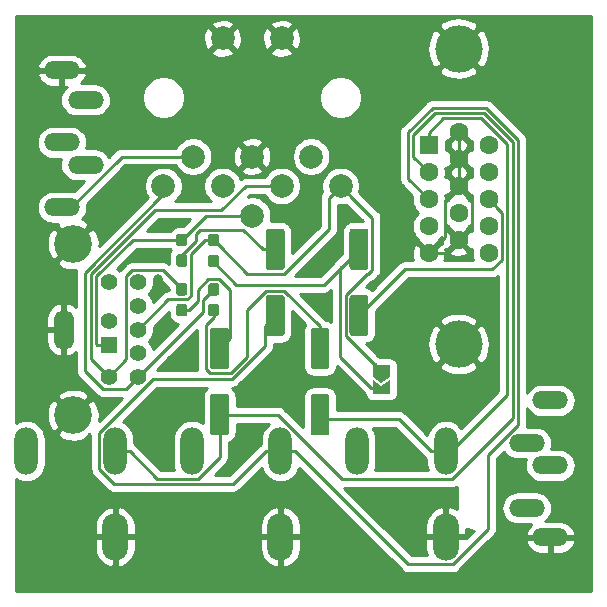
<source format=gtl>
G04 #@! TF.GenerationSoftware,KiCad,Pcbnew,(5.1.0)-1*
G04 #@! TF.CreationDate,2019-07-12T21:05:45-04:00*
G04 #@! TF.ProjectId,Genesis_SMS Breakout,47656e65-7369-4735-9f53-4d5320427265,rev?*
G04 #@! TF.SameCoordinates,Original*
G04 #@! TF.FileFunction,Copper,L1,Top*
G04 #@! TF.FilePolarity,Positive*
%FSLAX46Y46*%
G04 Gerber Fmt 4.6, Leading zero omitted, Abs format (unit mm)*
G04 Created by KiCad (PCBNEW (5.1.0)-1) date 2019-07-12 21:05:45*
%MOMM*%
%LPD*%
G04 APERTURE LIST*
%ADD10O,3.016000X1.508000*%
%ADD11O,1.700000X3.400000*%
%ADD12C,1.408000*%
%ADD13R,1.408000X1.408000*%
%ADD14C,3.200000*%
%ADD15C,0.100000*%
%ADD16C,1.600000*%
%ADD17C,2.000000*%
%ADD18O,2.000000X4.000000*%
%ADD19O,2.200000X4.000000*%
%ADD20R,1.600000X1.600000*%
%ADD21C,4.000000*%
%ADD22C,0.300000*%
%ADD23C,0.950000*%
%ADD24C,0.800000*%
%ADD25C,0.250000*%
%ADD26C,0.254000*%
G04 APERTURE END LIST*
D10*
X183300000Y-78600000D03*
X183300000Y-84100000D03*
X183300000Y-90200000D03*
X181300000Y-87700000D03*
X181300000Y-82200000D03*
X143950000Y-58650000D03*
X143950000Y-53150000D03*
X141950000Y-50650000D03*
X141950000Y-56750000D03*
X141950000Y-62250000D03*
D11*
X142090000Y-72610000D03*
D12*
X145900000Y-76600000D03*
D13*
X145900000Y-73900000D03*
D12*
X145900000Y-71900000D03*
X145900000Y-68600000D03*
X148400000Y-76600000D03*
X148400000Y-68600000D03*
X148400000Y-70600000D03*
X148400000Y-74600000D03*
X148400000Y-72600000D03*
D14*
X142900000Y-65350000D03*
X142900000Y-79850000D03*
D15*
G36*
X164374504Y-72451204D02*
G01*
X164398773Y-72454804D01*
X164422571Y-72460765D01*
X164445671Y-72469030D01*
X164467849Y-72479520D01*
X164488893Y-72492133D01*
X164508598Y-72506747D01*
X164526777Y-72523223D01*
X164543253Y-72541402D01*
X164557867Y-72561107D01*
X164570480Y-72582151D01*
X164580970Y-72604329D01*
X164589235Y-72627429D01*
X164595196Y-72651227D01*
X164598796Y-72675496D01*
X164600000Y-72700000D01*
X164600000Y-75700000D01*
X164598796Y-75724504D01*
X164595196Y-75748773D01*
X164589235Y-75772571D01*
X164580970Y-75795671D01*
X164570480Y-75817849D01*
X164557867Y-75838893D01*
X164543253Y-75858598D01*
X164526777Y-75876777D01*
X164508598Y-75893253D01*
X164488893Y-75907867D01*
X164467849Y-75920480D01*
X164445671Y-75930970D01*
X164422571Y-75939235D01*
X164398773Y-75945196D01*
X164374504Y-75948796D01*
X164350000Y-75950000D01*
X163250000Y-75950000D01*
X163225496Y-75948796D01*
X163201227Y-75945196D01*
X163177429Y-75939235D01*
X163154329Y-75930970D01*
X163132151Y-75920480D01*
X163111107Y-75907867D01*
X163091402Y-75893253D01*
X163073223Y-75876777D01*
X163056747Y-75858598D01*
X163042133Y-75838893D01*
X163029520Y-75817849D01*
X163019030Y-75795671D01*
X163010765Y-75772571D01*
X163004804Y-75748773D01*
X163001204Y-75724504D01*
X163000000Y-75700000D01*
X163000000Y-72700000D01*
X163001204Y-72675496D01*
X163004804Y-72651227D01*
X163010765Y-72627429D01*
X163019030Y-72604329D01*
X163029520Y-72582151D01*
X163042133Y-72561107D01*
X163056747Y-72541402D01*
X163073223Y-72523223D01*
X163091402Y-72506747D01*
X163111107Y-72492133D01*
X163132151Y-72479520D01*
X163154329Y-72469030D01*
X163177429Y-72460765D01*
X163201227Y-72454804D01*
X163225496Y-72451204D01*
X163250000Y-72450000D01*
X164350000Y-72450000D01*
X164374504Y-72451204D01*
X164374504Y-72451204D01*
G37*
D16*
X163800000Y-74200000D03*
D15*
G36*
X164374504Y-78051204D02*
G01*
X164398773Y-78054804D01*
X164422571Y-78060765D01*
X164445671Y-78069030D01*
X164467849Y-78079520D01*
X164488893Y-78092133D01*
X164508598Y-78106747D01*
X164526777Y-78123223D01*
X164543253Y-78141402D01*
X164557867Y-78161107D01*
X164570480Y-78182151D01*
X164580970Y-78204329D01*
X164589235Y-78227429D01*
X164595196Y-78251227D01*
X164598796Y-78275496D01*
X164600000Y-78300000D01*
X164600000Y-81300000D01*
X164598796Y-81324504D01*
X164595196Y-81348773D01*
X164589235Y-81372571D01*
X164580970Y-81395671D01*
X164570480Y-81417849D01*
X164557867Y-81438893D01*
X164543253Y-81458598D01*
X164526777Y-81476777D01*
X164508598Y-81493253D01*
X164488893Y-81507867D01*
X164467849Y-81520480D01*
X164445671Y-81530970D01*
X164422571Y-81539235D01*
X164398773Y-81545196D01*
X164374504Y-81548796D01*
X164350000Y-81550000D01*
X163250000Y-81550000D01*
X163225496Y-81548796D01*
X163201227Y-81545196D01*
X163177429Y-81539235D01*
X163154329Y-81530970D01*
X163132151Y-81520480D01*
X163111107Y-81507867D01*
X163091402Y-81493253D01*
X163073223Y-81476777D01*
X163056747Y-81458598D01*
X163042133Y-81438893D01*
X163029520Y-81417849D01*
X163019030Y-81395671D01*
X163010765Y-81372571D01*
X163004804Y-81348773D01*
X163001204Y-81324504D01*
X163000000Y-81300000D01*
X163000000Y-78300000D01*
X163001204Y-78275496D01*
X163004804Y-78251227D01*
X163010765Y-78227429D01*
X163019030Y-78204329D01*
X163029520Y-78182151D01*
X163042133Y-78161107D01*
X163056747Y-78141402D01*
X163073223Y-78123223D01*
X163091402Y-78106747D01*
X163111107Y-78092133D01*
X163132151Y-78079520D01*
X163154329Y-78069030D01*
X163177429Y-78060765D01*
X163201227Y-78054804D01*
X163225496Y-78051204D01*
X163250000Y-78050000D01*
X164350000Y-78050000D01*
X164374504Y-78051204D01*
X164374504Y-78051204D01*
G37*
D16*
X163800000Y-79800000D03*
D15*
G36*
X155874504Y-78051204D02*
G01*
X155898773Y-78054804D01*
X155922571Y-78060765D01*
X155945671Y-78069030D01*
X155967849Y-78079520D01*
X155988893Y-78092133D01*
X156008598Y-78106747D01*
X156026777Y-78123223D01*
X156043253Y-78141402D01*
X156057867Y-78161107D01*
X156070480Y-78182151D01*
X156080970Y-78204329D01*
X156089235Y-78227429D01*
X156095196Y-78251227D01*
X156098796Y-78275496D01*
X156100000Y-78300000D01*
X156100000Y-81300000D01*
X156098796Y-81324504D01*
X156095196Y-81348773D01*
X156089235Y-81372571D01*
X156080970Y-81395671D01*
X156070480Y-81417849D01*
X156057867Y-81438893D01*
X156043253Y-81458598D01*
X156026777Y-81476777D01*
X156008598Y-81493253D01*
X155988893Y-81507867D01*
X155967849Y-81520480D01*
X155945671Y-81530970D01*
X155922571Y-81539235D01*
X155898773Y-81545196D01*
X155874504Y-81548796D01*
X155850000Y-81550000D01*
X154750000Y-81550000D01*
X154725496Y-81548796D01*
X154701227Y-81545196D01*
X154677429Y-81539235D01*
X154654329Y-81530970D01*
X154632151Y-81520480D01*
X154611107Y-81507867D01*
X154591402Y-81493253D01*
X154573223Y-81476777D01*
X154556747Y-81458598D01*
X154542133Y-81438893D01*
X154529520Y-81417849D01*
X154519030Y-81395671D01*
X154510765Y-81372571D01*
X154504804Y-81348773D01*
X154501204Y-81324504D01*
X154500000Y-81300000D01*
X154500000Y-78300000D01*
X154501204Y-78275496D01*
X154504804Y-78251227D01*
X154510765Y-78227429D01*
X154519030Y-78204329D01*
X154529520Y-78182151D01*
X154542133Y-78161107D01*
X154556747Y-78141402D01*
X154573223Y-78123223D01*
X154591402Y-78106747D01*
X154611107Y-78092133D01*
X154632151Y-78079520D01*
X154654329Y-78069030D01*
X154677429Y-78060765D01*
X154701227Y-78054804D01*
X154725496Y-78051204D01*
X154750000Y-78050000D01*
X155850000Y-78050000D01*
X155874504Y-78051204D01*
X155874504Y-78051204D01*
G37*
D16*
X155300000Y-79800000D03*
D15*
G36*
X155874504Y-72451204D02*
G01*
X155898773Y-72454804D01*
X155922571Y-72460765D01*
X155945671Y-72469030D01*
X155967849Y-72479520D01*
X155988893Y-72492133D01*
X156008598Y-72506747D01*
X156026777Y-72523223D01*
X156043253Y-72541402D01*
X156057867Y-72561107D01*
X156070480Y-72582151D01*
X156080970Y-72604329D01*
X156089235Y-72627429D01*
X156095196Y-72651227D01*
X156098796Y-72675496D01*
X156100000Y-72700000D01*
X156100000Y-75700000D01*
X156098796Y-75724504D01*
X156095196Y-75748773D01*
X156089235Y-75772571D01*
X156080970Y-75795671D01*
X156070480Y-75817849D01*
X156057867Y-75838893D01*
X156043253Y-75858598D01*
X156026777Y-75876777D01*
X156008598Y-75893253D01*
X155988893Y-75907867D01*
X155967849Y-75920480D01*
X155945671Y-75930970D01*
X155922571Y-75939235D01*
X155898773Y-75945196D01*
X155874504Y-75948796D01*
X155850000Y-75950000D01*
X154750000Y-75950000D01*
X154725496Y-75948796D01*
X154701227Y-75945196D01*
X154677429Y-75939235D01*
X154654329Y-75930970D01*
X154632151Y-75920480D01*
X154611107Y-75907867D01*
X154591402Y-75893253D01*
X154573223Y-75876777D01*
X154556747Y-75858598D01*
X154542133Y-75838893D01*
X154529520Y-75817849D01*
X154519030Y-75795671D01*
X154510765Y-75772571D01*
X154504804Y-75748773D01*
X154501204Y-75724504D01*
X154500000Y-75700000D01*
X154500000Y-72700000D01*
X154501204Y-72675496D01*
X154504804Y-72651227D01*
X154510765Y-72627429D01*
X154519030Y-72604329D01*
X154529520Y-72582151D01*
X154542133Y-72561107D01*
X154556747Y-72541402D01*
X154573223Y-72523223D01*
X154591402Y-72506747D01*
X154611107Y-72492133D01*
X154632151Y-72479520D01*
X154654329Y-72469030D01*
X154677429Y-72460765D01*
X154701227Y-72454804D01*
X154725496Y-72451204D01*
X154750000Y-72450000D01*
X155850000Y-72450000D01*
X155874504Y-72451204D01*
X155874504Y-72451204D01*
G37*
D16*
X155300000Y-74200000D03*
D15*
G36*
X160574504Y-64051204D02*
G01*
X160598773Y-64054804D01*
X160622571Y-64060765D01*
X160645671Y-64069030D01*
X160667849Y-64079520D01*
X160688893Y-64092133D01*
X160708598Y-64106747D01*
X160726777Y-64123223D01*
X160743253Y-64141402D01*
X160757867Y-64161107D01*
X160770480Y-64182151D01*
X160780970Y-64204329D01*
X160789235Y-64227429D01*
X160795196Y-64251227D01*
X160798796Y-64275496D01*
X160800000Y-64300000D01*
X160800000Y-67300000D01*
X160798796Y-67324504D01*
X160795196Y-67348773D01*
X160789235Y-67372571D01*
X160780970Y-67395671D01*
X160770480Y-67417849D01*
X160757867Y-67438893D01*
X160743253Y-67458598D01*
X160726777Y-67476777D01*
X160708598Y-67493253D01*
X160688893Y-67507867D01*
X160667849Y-67520480D01*
X160645671Y-67530970D01*
X160622571Y-67539235D01*
X160598773Y-67545196D01*
X160574504Y-67548796D01*
X160550000Y-67550000D01*
X159450000Y-67550000D01*
X159425496Y-67548796D01*
X159401227Y-67545196D01*
X159377429Y-67539235D01*
X159354329Y-67530970D01*
X159332151Y-67520480D01*
X159311107Y-67507867D01*
X159291402Y-67493253D01*
X159273223Y-67476777D01*
X159256747Y-67458598D01*
X159242133Y-67438893D01*
X159229520Y-67417849D01*
X159219030Y-67395671D01*
X159210765Y-67372571D01*
X159204804Y-67348773D01*
X159201204Y-67324504D01*
X159200000Y-67300000D01*
X159200000Y-64300000D01*
X159201204Y-64275496D01*
X159204804Y-64251227D01*
X159210765Y-64227429D01*
X159219030Y-64204329D01*
X159229520Y-64182151D01*
X159242133Y-64161107D01*
X159256747Y-64141402D01*
X159273223Y-64123223D01*
X159291402Y-64106747D01*
X159311107Y-64092133D01*
X159332151Y-64079520D01*
X159354329Y-64069030D01*
X159377429Y-64060765D01*
X159401227Y-64054804D01*
X159425496Y-64051204D01*
X159450000Y-64050000D01*
X160550000Y-64050000D01*
X160574504Y-64051204D01*
X160574504Y-64051204D01*
G37*
D16*
X160000000Y-65800000D03*
D15*
G36*
X160574504Y-69651204D02*
G01*
X160598773Y-69654804D01*
X160622571Y-69660765D01*
X160645671Y-69669030D01*
X160667849Y-69679520D01*
X160688893Y-69692133D01*
X160708598Y-69706747D01*
X160726777Y-69723223D01*
X160743253Y-69741402D01*
X160757867Y-69761107D01*
X160770480Y-69782151D01*
X160780970Y-69804329D01*
X160789235Y-69827429D01*
X160795196Y-69851227D01*
X160798796Y-69875496D01*
X160800000Y-69900000D01*
X160800000Y-72900000D01*
X160798796Y-72924504D01*
X160795196Y-72948773D01*
X160789235Y-72972571D01*
X160780970Y-72995671D01*
X160770480Y-73017849D01*
X160757867Y-73038893D01*
X160743253Y-73058598D01*
X160726777Y-73076777D01*
X160708598Y-73093253D01*
X160688893Y-73107867D01*
X160667849Y-73120480D01*
X160645671Y-73130970D01*
X160622571Y-73139235D01*
X160598773Y-73145196D01*
X160574504Y-73148796D01*
X160550000Y-73150000D01*
X159450000Y-73150000D01*
X159425496Y-73148796D01*
X159401227Y-73145196D01*
X159377429Y-73139235D01*
X159354329Y-73130970D01*
X159332151Y-73120480D01*
X159311107Y-73107867D01*
X159291402Y-73093253D01*
X159273223Y-73076777D01*
X159256747Y-73058598D01*
X159242133Y-73038893D01*
X159229520Y-73017849D01*
X159219030Y-72995671D01*
X159210765Y-72972571D01*
X159204804Y-72948773D01*
X159201204Y-72924504D01*
X159200000Y-72900000D01*
X159200000Y-69900000D01*
X159201204Y-69875496D01*
X159204804Y-69851227D01*
X159210765Y-69827429D01*
X159219030Y-69804329D01*
X159229520Y-69782151D01*
X159242133Y-69761107D01*
X159256747Y-69741402D01*
X159273223Y-69723223D01*
X159291402Y-69706747D01*
X159311107Y-69692133D01*
X159332151Y-69679520D01*
X159354329Y-69669030D01*
X159377429Y-69660765D01*
X159401227Y-69654804D01*
X159425496Y-69651204D01*
X159450000Y-69650000D01*
X160550000Y-69650000D01*
X160574504Y-69651204D01*
X160574504Y-69651204D01*
G37*
D16*
X160000000Y-71400000D03*
D15*
G36*
X167674504Y-69651204D02*
G01*
X167698773Y-69654804D01*
X167722571Y-69660765D01*
X167745671Y-69669030D01*
X167767849Y-69679520D01*
X167788893Y-69692133D01*
X167808598Y-69706747D01*
X167826777Y-69723223D01*
X167843253Y-69741402D01*
X167857867Y-69761107D01*
X167870480Y-69782151D01*
X167880970Y-69804329D01*
X167889235Y-69827429D01*
X167895196Y-69851227D01*
X167898796Y-69875496D01*
X167900000Y-69900000D01*
X167900000Y-72900000D01*
X167898796Y-72924504D01*
X167895196Y-72948773D01*
X167889235Y-72972571D01*
X167880970Y-72995671D01*
X167870480Y-73017849D01*
X167857867Y-73038893D01*
X167843253Y-73058598D01*
X167826777Y-73076777D01*
X167808598Y-73093253D01*
X167788893Y-73107867D01*
X167767849Y-73120480D01*
X167745671Y-73130970D01*
X167722571Y-73139235D01*
X167698773Y-73145196D01*
X167674504Y-73148796D01*
X167650000Y-73150000D01*
X166550000Y-73150000D01*
X166525496Y-73148796D01*
X166501227Y-73145196D01*
X166477429Y-73139235D01*
X166454329Y-73130970D01*
X166432151Y-73120480D01*
X166411107Y-73107867D01*
X166391402Y-73093253D01*
X166373223Y-73076777D01*
X166356747Y-73058598D01*
X166342133Y-73038893D01*
X166329520Y-73017849D01*
X166319030Y-72995671D01*
X166310765Y-72972571D01*
X166304804Y-72948773D01*
X166301204Y-72924504D01*
X166300000Y-72900000D01*
X166300000Y-69900000D01*
X166301204Y-69875496D01*
X166304804Y-69851227D01*
X166310765Y-69827429D01*
X166319030Y-69804329D01*
X166329520Y-69782151D01*
X166342133Y-69761107D01*
X166356747Y-69741402D01*
X166373223Y-69723223D01*
X166391402Y-69706747D01*
X166411107Y-69692133D01*
X166432151Y-69679520D01*
X166454329Y-69669030D01*
X166477429Y-69660765D01*
X166501227Y-69654804D01*
X166525496Y-69651204D01*
X166550000Y-69650000D01*
X167650000Y-69650000D01*
X167674504Y-69651204D01*
X167674504Y-69651204D01*
G37*
D16*
X167100000Y-71400000D03*
D15*
G36*
X167674504Y-64051204D02*
G01*
X167698773Y-64054804D01*
X167722571Y-64060765D01*
X167745671Y-64069030D01*
X167767849Y-64079520D01*
X167788893Y-64092133D01*
X167808598Y-64106747D01*
X167826777Y-64123223D01*
X167843253Y-64141402D01*
X167857867Y-64161107D01*
X167870480Y-64182151D01*
X167880970Y-64204329D01*
X167889235Y-64227429D01*
X167895196Y-64251227D01*
X167898796Y-64275496D01*
X167900000Y-64300000D01*
X167900000Y-67300000D01*
X167898796Y-67324504D01*
X167895196Y-67348773D01*
X167889235Y-67372571D01*
X167880970Y-67395671D01*
X167870480Y-67417849D01*
X167857867Y-67438893D01*
X167843253Y-67458598D01*
X167826777Y-67476777D01*
X167808598Y-67493253D01*
X167788893Y-67507867D01*
X167767849Y-67520480D01*
X167745671Y-67530970D01*
X167722571Y-67539235D01*
X167698773Y-67545196D01*
X167674504Y-67548796D01*
X167650000Y-67550000D01*
X166550000Y-67550000D01*
X166525496Y-67548796D01*
X166501227Y-67545196D01*
X166477429Y-67539235D01*
X166454329Y-67530970D01*
X166432151Y-67520480D01*
X166411107Y-67507867D01*
X166391402Y-67493253D01*
X166373223Y-67476777D01*
X166356747Y-67458598D01*
X166342133Y-67438893D01*
X166329520Y-67417849D01*
X166319030Y-67395671D01*
X166310765Y-67372571D01*
X166304804Y-67348773D01*
X166301204Y-67324504D01*
X166300000Y-67300000D01*
X166300000Y-64300000D01*
X166301204Y-64275496D01*
X166304804Y-64251227D01*
X166310765Y-64227429D01*
X166319030Y-64204329D01*
X166329520Y-64182151D01*
X166342133Y-64161107D01*
X166356747Y-64141402D01*
X166373223Y-64123223D01*
X166391402Y-64106747D01*
X166411107Y-64092133D01*
X166432151Y-64079520D01*
X166454329Y-64069030D01*
X166477429Y-64060765D01*
X166501227Y-64054804D01*
X166525496Y-64051204D01*
X166550000Y-64050000D01*
X167650000Y-64050000D01*
X167674504Y-64051204D01*
X167674504Y-64051204D01*
G37*
D16*
X167100000Y-65800000D03*
D17*
X153050000Y-57950000D03*
X158050000Y-57950000D03*
X163050000Y-57950000D03*
X155550000Y-60450000D03*
X160550000Y-60450000D03*
X158050000Y-62950000D03*
X150550000Y-60450000D03*
X165550000Y-60450000D03*
X155550000Y-47950000D03*
X160550000Y-47950000D03*
D18*
X160450000Y-82900000D03*
X152950000Y-82900000D03*
X146450000Y-82900000D03*
X138950000Y-82900000D03*
X166950000Y-82900000D03*
X174450000Y-82900000D03*
D19*
X146450000Y-90150000D03*
X160450000Y-90150000D03*
X174450000Y-90150000D03*
D20*
X173000000Y-57000000D03*
D16*
X173000000Y-59290000D03*
X173000000Y-61580000D03*
X173000000Y-63870000D03*
X173000000Y-66160000D03*
X175540000Y-55855000D03*
X175540000Y-58145000D03*
X175540000Y-60435000D03*
X175540000Y-62725000D03*
X175540000Y-65015000D03*
X178080000Y-57000000D03*
X178080000Y-59290000D03*
X178080000Y-61580000D03*
X178080000Y-63870000D03*
X178080000Y-66160000D03*
D21*
X175540000Y-73815000D03*
X175540000Y-48815000D03*
D22*
X169000000Y-77550000D03*
D15*
G36*
X168250000Y-78050000D02*
G01*
X168250000Y-76900000D01*
X169000000Y-77400000D01*
X169750000Y-76900000D01*
X169750000Y-78050000D01*
X168250000Y-78050000D01*
X168250000Y-78050000D01*
G37*
D22*
X169000000Y-76100000D03*
D15*
G36*
X169000000Y-77100000D02*
G01*
X168250000Y-76600000D01*
X168250000Y-75600000D01*
X169750000Y-75600000D01*
X169750000Y-76600000D01*
X169000000Y-77100000D01*
X169000000Y-77100000D01*
G37*
G36*
X155060779Y-70426144D02*
G01*
X155083834Y-70429563D01*
X155106443Y-70435227D01*
X155128387Y-70443079D01*
X155149457Y-70453044D01*
X155169448Y-70465026D01*
X155188168Y-70478910D01*
X155205438Y-70494562D01*
X155221090Y-70511832D01*
X155234974Y-70530552D01*
X155246956Y-70550543D01*
X155256921Y-70571613D01*
X155264773Y-70593557D01*
X155270437Y-70616166D01*
X155273856Y-70639221D01*
X155275000Y-70662500D01*
X155275000Y-71237500D01*
X155273856Y-71260779D01*
X155270437Y-71283834D01*
X155264773Y-71306443D01*
X155256921Y-71328387D01*
X155246956Y-71349457D01*
X155234974Y-71369448D01*
X155221090Y-71388168D01*
X155205438Y-71405438D01*
X155188168Y-71421090D01*
X155169448Y-71434974D01*
X155149457Y-71446956D01*
X155128387Y-71456921D01*
X155106443Y-71464773D01*
X155083834Y-71470437D01*
X155060779Y-71473856D01*
X155037500Y-71475000D01*
X154562500Y-71475000D01*
X154539221Y-71473856D01*
X154516166Y-71470437D01*
X154493557Y-71464773D01*
X154471613Y-71456921D01*
X154450543Y-71446956D01*
X154430552Y-71434974D01*
X154411832Y-71421090D01*
X154394562Y-71405438D01*
X154378910Y-71388168D01*
X154365026Y-71369448D01*
X154353044Y-71349457D01*
X154343079Y-71328387D01*
X154335227Y-71306443D01*
X154329563Y-71283834D01*
X154326144Y-71260779D01*
X154325000Y-71237500D01*
X154325000Y-70662500D01*
X154326144Y-70639221D01*
X154329563Y-70616166D01*
X154335227Y-70593557D01*
X154343079Y-70571613D01*
X154353044Y-70550543D01*
X154365026Y-70530552D01*
X154378910Y-70511832D01*
X154394562Y-70494562D01*
X154411832Y-70478910D01*
X154430552Y-70465026D01*
X154450543Y-70453044D01*
X154471613Y-70443079D01*
X154493557Y-70435227D01*
X154516166Y-70429563D01*
X154539221Y-70426144D01*
X154562500Y-70425000D01*
X155037500Y-70425000D01*
X155060779Y-70426144D01*
X155060779Y-70426144D01*
G37*
D23*
X154800000Y-70950000D03*
D15*
G36*
X155060779Y-68676144D02*
G01*
X155083834Y-68679563D01*
X155106443Y-68685227D01*
X155128387Y-68693079D01*
X155149457Y-68703044D01*
X155169448Y-68715026D01*
X155188168Y-68728910D01*
X155205438Y-68744562D01*
X155221090Y-68761832D01*
X155234974Y-68780552D01*
X155246956Y-68800543D01*
X155256921Y-68821613D01*
X155264773Y-68843557D01*
X155270437Y-68866166D01*
X155273856Y-68889221D01*
X155275000Y-68912500D01*
X155275000Y-69487500D01*
X155273856Y-69510779D01*
X155270437Y-69533834D01*
X155264773Y-69556443D01*
X155256921Y-69578387D01*
X155246956Y-69599457D01*
X155234974Y-69619448D01*
X155221090Y-69638168D01*
X155205438Y-69655438D01*
X155188168Y-69671090D01*
X155169448Y-69684974D01*
X155149457Y-69696956D01*
X155128387Y-69706921D01*
X155106443Y-69714773D01*
X155083834Y-69720437D01*
X155060779Y-69723856D01*
X155037500Y-69725000D01*
X154562500Y-69725000D01*
X154539221Y-69723856D01*
X154516166Y-69720437D01*
X154493557Y-69714773D01*
X154471613Y-69706921D01*
X154450543Y-69696956D01*
X154430552Y-69684974D01*
X154411832Y-69671090D01*
X154394562Y-69655438D01*
X154378910Y-69638168D01*
X154365026Y-69619448D01*
X154353044Y-69599457D01*
X154343079Y-69578387D01*
X154335227Y-69556443D01*
X154329563Y-69533834D01*
X154326144Y-69510779D01*
X154325000Y-69487500D01*
X154325000Y-68912500D01*
X154326144Y-68889221D01*
X154329563Y-68866166D01*
X154335227Y-68843557D01*
X154343079Y-68821613D01*
X154353044Y-68800543D01*
X154365026Y-68780552D01*
X154378910Y-68761832D01*
X154394562Y-68744562D01*
X154411832Y-68728910D01*
X154430552Y-68715026D01*
X154450543Y-68703044D01*
X154471613Y-68693079D01*
X154493557Y-68685227D01*
X154516166Y-68679563D01*
X154539221Y-68676144D01*
X154562500Y-68675000D01*
X155037500Y-68675000D01*
X155060779Y-68676144D01*
X155060779Y-68676144D01*
G37*
D23*
X154800000Y-69200000D03*
D15*
G36*
X152360779Y-68676144D02*
G01*
X152383834Y-68679563D01*
X152406443Y-68685227D01*
X152428387Y-68693079D01*
X152449457Y-68703044D01*
X152469448Y-68715026D01*
X152488168Y-68728910D01*
X152505438Y-68744562D01*
X152521090Y-68761832D01*
X152534974Y-68780552D01*
X152546956Y-68800543D01*
X152556921Y-68821613D01*
X152564773Y-68843557D01*
X152570437Y-68866166D01*
X152573856Y-68889221D01*
X152575000Y-68912500D01*
X152575000Y-69487500D01*
X152573856Y-69510779D01*
X152570437Y-69533834D01*
X152564773Y-69556443D01*
X152556921Y-69578387D01*
X152546956Y-69599457D01*
X152534974Y-69619448D01*
X152521090Y-69638168D01*
X152505438Y-69655438D01*
X152488168Y-69671090D01*
X152469448Y-69684974D01*
X152449457Y-69696956D01*
X152428387Y-69706921D01*
X152406443Y-69714773D01*
X152383834Y-69720437D01*
X152360779Y-69723856D01*
X152337500Y-69725000D01*
X151862500Y-69725000D01*
X151839221Y-69723856D01*
X151816166Y-69720437D01*
X151793557Y-69714773D01*
X151771613Y-69706921D01*
X151750543Y-69696956D01*
X151730552Y-69684974D01*
X151711832Y-69671090D01*
X151694562Y-69655438D01*
X151678910Y-69638168D01*
X151665026Y-69619448D01*
X151653044Y-69599457D01*
X151643079Y-69578387D01*
X151635227Y-69556443D01*
X151629563Y-69533834D01*
X151626144Y-69510779D01*
X151625000Y-69487500D01*
X151625000Y-68912500D01*
X151626144Y-68889221D01*
X151629563Y-68866166D01*
X151635227Y-68843557D01*
X151643079Y-68821613D01*
X151653044Y-68800543D01*
X151665026Y-68780552D01*
X151678910Y-68761832D01*
X151694562Y-68744562D01*
X151711832Y-68728910D01*
X151730552Y-68715026D01*
X151750543Y-68703044D01*
X151771613Y-68693079D01*
X151793557Y-68685227D01*
X151816166Y-68679563D01*
X151839221Y-68676144D01*
X151862500Y-68675000D01*
X152337500Y-68675000D01*
X152360779Y-68676144D01*
X152360779Y-68676144D01*
G37*
D23*
X152100000Y-69200000D03*
D15*
G36*
X152360779Y-70426144D02*
G01*
X152383834Y-70429563D01*
X152406443Y-70435227D01*
X152428387Y-70443079D01*
X152449457Y-70453044D01*
X152469448Y-70465026D01*
X152488168Y-70478910D01*
X152505438Y-70494562D01*
X152521090Y-70511832D01*
X152534974Y-70530552D01*
X152546956Y-70550543D01*
X152556921Y-70571613D01*
X152564773Y-70593557D01*
X152570437Y-70616166D01*
X152573856Y-70639221D01*
X152575000Y-70662500D01*
X152575000Y-71237500D01*
X152573856Y-71260779D01*
X152570437Y-71283834D01*
X152564773Y-71306443D01*
X152556921Y-71328387D01*
X152546956Y-71349457D01*
X152534974Y-71369448D01*
X152521090Y-71388168D01*
X152505438Y-71405438D01*
X152488168Y-71421090D01*
X152469448Y-71434974D01*
X152449457Y-71446956D01*
X152428387Y-71456921D01*
X152406443Y-71464773D01*
X152383834Y-71470437D01*
X152360779Y-71473856D01*
X152337500Y-71475000D01*
X151862500Y-71475000D01*
X151839221Y-71473856D01*
X151816166Y-71470437D01*
X151793557Y-71464773D01*
X151771613Y-71456921D01*
X151750543Y-71446956D01*
X151730552Y-71434974D01*
X151711832Y-71421090D01*
X151694562Y-71405438D01*
X151678910Y-71388168D01*
X151665026Y-71369448D01*
X151653044Y-71349457D01*
X151643079Y-71328387D01*
X151635227Y-71306443D01*
X151629563Y-71283834D01*
X151626144Y-71260779D01*
X151625000Y-71237500D01*
X151625000Y-70662500D01*
X151626144Y-70639221D01*
X151629563Y-70616166D01*
X151635227Y-70593557D01*
X151643079Y-70571613D01*
X151653044Y-70550543D01*
X151665026Y-70530552D01*
X151678910Y-70511832D01*
X151694562Y-70494562D01*
X151711832Y-70478910D01*
X151730552Y-70465026D01*
X151750543Y-70453044D01*
X151771613Y-70443079D01*
X151793557Y-70435227D01*
X151816166Y-70429563D01*
X151839221Y-70426144D01*
X151862500Y-70425000D01*
X152337500Y-70425000D01*
X152360779Y-70426144D01*
X152360779Y-70426144D01*
G37*
D23*
X152100000Y-70950000D03*
D15*
G36*
X152360779Y-66226144D02*
G01*
X152383834Y-66229563D01*
X152406443Y-66235227D01*
X152428387Y-66243079D01*
X152449457Y-66253044D01*
X152469448Y-66265026D01*
X152488168Y-66278910D01*
X152505438Y-66294562D01*
X152521090Y-66311832D01*
X152534974Y-66330552D01*
X152546956Y-66350543D01*
X152556921Y-66371613D01*
X152564773Y-66393557D01*
X152570437Y-66416166D01*
X152573856Y-66439221D01*
X152575000Y-66462500D01*
X152575000Y-67037500D01*
X152573856Y-67060779D01*
X152570437Y-67083834D01*
X152564773Y-67106443D01*
X152556921Y-67128387D01*
X152546956Y-67149457D01*
X152534974Y-67169448D01*
X152521090Y-67188168D01*
X152505438Y-67205438D01*
X152488168Y-67221090D01*
X152469448Y-67234974D01*
X152449457Y-67246956D01*
X152428387Y-67256921D01*
X152406443Y-67264773D01*
X152383834Y-67270437D01*
X152360779Y-67273856D01*
X152337500Y-67275000D01*
X151862500Y-67275000D01*
X151839221Y-67273856D01*
X151816166Y-67270437D01*
X151793557Y-67264773D01*
X151771613Y-67256921D01*
X151750543Y-67246956D01*
X151730552Y-67234974D01*
X151711832Y-67221090D01*
X151694562Y-67205438D01*
X151678910Y-67188168D01*
X151665026Y-67169448D01*
X151653044Y-67149457D01*
X151643079Y-67128387D01*
X151635227Y-67106443D01*
X151629563Y-67083834D01*
X151626144Y-67060779D01*
X151625000Y-67037500D01*
X151625000Y-66462500D01*
X151626144Y-66439221D01*
X151629563Y-66416166D01*
X151635227Y-66393557D01*
X151643079Y-66371613D01*
X151653044Y-66350543D01*
X151665026Y-66330552D01*
X151678910Y-66311832D01*
X151694562Y-66294562D01*
X151711832Y-66278910D01*
X151730552Y-66265026D01*
X151750543Y-66253044D01*
X151771613Y-66243079D01*
X151793557Y-66235227D01*
X151816166Y-66229563D01*
X151839221Y-66226144D01*
X151862500Y-66225000D01*
X152337500Y-66225000D01*
X152360779Y-66226144D01*
X152360779Y-66226144D01*
G37*
D23*
X152100000Y-66750000D03*
D15*
G36*
X152360779Y-64476144D02*
G01*
X152383834Y-64479563D01*
X152406443Y-64485227D01*
X152428387Y-64493079D01*
X152449457Y-64503044D01*
X152469448Y-64515026D01*
X152488168Y-64528910D01*
X152505438Y-64544562D01*
X152521090Y-64561832D01*
X152534974Y-64580552D01*
X152546956Y-64600543D01*
X152556921Y-64621613D01*
X152564773Y-64643557D01*
X152570437Y-64666166D01*
X152573856Y-64689221D01*
X152575000Y-64712500D01*
X152575000Y-65287500D01*
X152573856Y-65310779D01*
X152570437Y-65333834D01*
X152564773Y-65356443D01*
X152556921Y-65378387D01*
X152546956Y-65399457D01*
X152534974Y-65419448D01*
X152521090Y-65438168D01*
X152505438Y-65455438D01*
X152488168Y-65471090D01*
X152469448Y-65484974D01*
X152449457Y-65496956D01*
X152428387Y-65506921D01*
X152406443Y-65514773D01*
X152383834Y-65520437D01*
X152360779Y-65523856D01*
X152337500Y-65525000D01*
X151862500Y-65525000D01*
X151839221Y-65523856D01*
X151816166Y-65520437D01*
X151793557Y-65514773D01*
X151771613Y-65506921D01*
X151750543Y-65496956D01*
X151730552Y-65484974D01*
X151711832Y-65471090D01*
X151694562Y-65455438D01*
X151678910Y-65438168D01*
X151665026Y-65419448D01*
X151653044Y-65399457D01*
X151643079Y-65378387D01*
X151635227Y-65356443D01*
X151629563Y-65333834D01*
X151626144Y-65310779D01*
X151625000Y-65287500D01*
X151625000Y-64712500D01*
X151626144Y-64689221D01*
X151629563Y-64666166D01*
X151635227Y-64643557D01*
X151643079Y-64621613D01*
X151653044Y-64600543D01*
X151665026Y-64580552D01*
X151678910Y-64561832D01*
X151694562Y-64544562D01*
X151711832Y-64528910D01*
X151730552Y-64515026D01*
X151750543Y-64503044D01*
X151771613Y-64493079D01*
X151793557Y-64485227D01*
X151816166Y-64479563D01*
X151839221Y-64476144D01*
X151862500Y-64475000D01*
X152337500Y-64475000D01*
X152360779Y-64476144D01*
X152360779Y-64476144D01*
G37*
D23*
X152100000Y-65000000D03*
D15*
G36*
X155060779Y-64501144D02*
G01*
X155083834Y-64504563D01*
X155106443Y-64510227D01*
X155128387Y-64518079D01*
X155149457Y-64528044D01*
X155169448Y-64540026D01*
X155188168Y-64553910D01*
X155205438Y-64569562D01*
X155221090Y-64586832D01*
X155234974Y-64605552D01*
X155246956Y-64625543D01*
X155256921Y-64646613D01*
X155264773Y-64668557D01*
X155270437Y-64691166D01*
X155273856Y-64714221D01*
X155275000Y-64737500D01*
X155275000Y-65312500D01*
X155273856Y-65335779D01*
X155270437Y-65358834D01*
X155264773Y-65381443D01*
X155256921Y-65403387D01*
X155246956Y-65424457D01*
X155234974Y-65444448D01*
X155221090Y-65463168D01*
X155205438Y-65480438D01*
X155188168Y-65496090D01*
X155169448Y-65509974D01*
X155149457Y-65521956D01*
X155128387Y-65531921D01*
X155106443Y-65539773D01*
X155083834Y-65545437D01*
X155060779Y-65548856D01*
X155037500Y-65550000D01*
X154562500Y-65550000D01*
X154539221Y-65548856D01*
X154516166Y-65545437D01*
X154493557Y-65539773D01*
X154471613Y-65531921D01*
X154450543Y-65521956D01*
X154430552Y-65509974D01*
X154411832Y-65496090D01*
X154394562Y-65480438D01*
X154378910Y-65463168D01*
X154365026Y-65444448D01*
X154353044Y-65424457D01*
X154343079Y-65403387D01*
X154335227Y-65381443D01*
X154329563Y-65358834D01*
X154326144Y-65335779D01*
X154325000Y-65312500D01*
X154325000Y-64737500D01*
X154326144Y-64714221D01*
X154329563Y-64691166D01*
X154335227Y-64668557D01*
X154343079Y-64646613D01*
X154353044Y-64625543D01*
X154365026Y-64605552D01*
X154378910Y-64586832D01*
X154394562Y-64569562D01*
X154411832Y-64553910D01*
X154430552Y-64540026D01*
X154450543Y-64528044D01*
X154471613Y-64518079D01*
X154493557Y-64510227D01*
X154516166Y-64504563D01*
X154539221Y-64501144D01*
X154562500Y-64500000D01*
X155037500Y-64500000D01*
X155060779Y-64501144D01*
X155060779Y-64501144D01*
G37*
D23*
X154800000Y-65025000D03*
D15*
G36*
X155060779Y-66251144D02*
G01*
X155083834Y-66254563D01*
X155106443Y-66260227D01*
X155128387Y-66268079D01*
X155149457Y-66278044D01*
X155169448Y-66290026D01*
X155188168Y-66303910D01*
X155205438Y-66319562D01*
X155221090Y-66336832D01*
X155234974Y-66355552D01*
X155246956Y-66375543D01*
X155256921Y-66396613D01*
X155264773Y-66418557D01*
X155270437Y-66441166D01*
X155273856Y-66464221D01*
X155275000Y-66487500D01*
X155275000Y-67062500D01*
X155273856Y-67085779D01*
X155270437Y-67108834D01*
X155264773Y-67131443D01*
X155256921Y-67153387D01*
X155246956Y-67174457D01*
X155234974Y-67194448D01*
X155221090Y-67213168D01*
X155205438Y-67230438D01*
X155188168Y-67246090D01*
X155169448Y-67259974D01*
X155149457Y-67271956D01*
X155128387Y-67281921D01*
X155106443Y-67289773D01*
X155083834Y-67295437D01*
X155060779Y-67298856D01*
X155037500Y-67300000D01*
X154562500Y-67300000D01*
X154539221Y-67298856D01*
X154516166Y-67295437D01*
X154493557Y-67289773D01*
X154471613Y-67281921D01*
X154450543Y-67271956D01*
X154430552Y-67259974D01*
X154411832Y-67246090D01*
X154394562Y-67230438D01*
X154378910Y-67213168D01*
X154365026Y-67194448D01*
X154353044Y-67174457D01*
X154343079Y-67153387D01*
X154335227Y-67131443D01*
X154329563Y-67108834D01*
X154326144Y-67085779D01*
X154325000Y-67062500D01*
X154325000Y-66487500D01*
X154326144Y-66464221D01*
X154329563Y-66441166D01*
X154335227Y-66418557D01*
X154343079Y-66396613D01*
X154353044Y-66375543D01*
X154365026Y-66355552D01*
X154378910Y-66336832D01*
X154394562Y-66319562D01*
X154411832Y-66303910D01*
X154430552Y-66290026D01*
X154450543Y-66278044D01*
X154471613Y-66268079D01*
X154493557Y-66260227D01*
X154516166Y-66254563D01*
X154539221Y-66251144D01*
X154562500Y-66250000D01*
X155037500Y-66250000D01*
X155060779Y-66251144D01*
X155060779Y-66251144D01*
G37*
D23*
X154800000Y-66775000D03*
D24*
X158100000Y-77700000D03*
X172900000Y-79800000D03*
X149900000Y-81800000D03*
X157200000Y-82600000D03*
X169700000Y-82000000D03*
X150700000Y-63800000D03*
X150000000Y-66300000D03*
X165700000Y-62900000D03*
X164400000Y-71200000D03*
X151200000Y-75200000D03*
X149900000Y-73700000D03*
X150100000Y-68300000D03*
X140000000Y-93000000D03*
X143000000Y-93000000D03*
X151000000Y-93000000D03*
X156000000Y-93000000D03*
X164000000Y-93000000D03*
X169000000Y-93000000D03*
X177000000Y-93000000D03*
X186000000Y-90000000D03*
X186000000Y-88000000D03*
X186000000Y-83000000D03*
X186000000Y-80000000D03*
X186000000Y-75000000D03*
X186000000Y-73000000D03*
X186000000Y-70000000D03*
X186000000Y-66000000D03*
X186000000Y-64000000D03*
X186000000Y-60000000D03*
X186000000Y-55000000D03*
X186000000Y-51000000D03*
X186000000Y-50000000D03*
X186000000Y-47000000D03*
X181000000Y-47000000D03*
X171000000Y-47000000D03*
X166000000Y-47000000D03*
X158000000Y-47000000D03*
X151000000Y-47000000D03*
X145000000Y-47000000D03*
D25*
X163800000Y-74200000D02*
X163300000Y-74200000D01*
X163800000Y-72336810D02*
X163800000Y-74200000D01*
X160788180Y-69324990D02*
X163800000Y-72336810D01*
X159211820Y-69324990D02*
X160788180Y-69324990D01*
X157600000Y-70936810D02*
X159211820Y-69324990D01*
X157600000Y-74900000D02*
X157600000Y-70936810D01*
X154800000Y-71575000D02*
X154174990Y-72200010D01*
X154800000Y-70950000D02*
X154800000Y-71575000D01*
X154174990Y-72200010D02*
X154174990Y-75938180D01*
X154174990Y-75938180D02*
X154511820Y-76275010D01*
X154511820Y-76275010D02*
X156224990Y-76275010D01*
X156224990Y-76275010D02*
X157600000Y-74900000D01*
X173200000Y-82900000D02*
X174450000Y-82900000D01*
X170500000Y-80200000D02*
X173200000Y-82900000D01*
X163800000Y-79800000D02*
X164200000Y-80200000D01*
X164200000Y-80200000D02*
X170500000Y-80200000D01*
X174900000Y-82900000D02*
X174450000Y-82900000D01*
X173000000Y-55950000D02*
X174220001Y-54729999D01*
X173000000Y-57000000D02*
X173000000Y-55950000D01*
X174220001Y-54729999D02*
X177475001Y-54729999D01*
X177475001Y-54729999D02*
X179655011Y-56910009D01*
X179655011Y-56910009D02*
X179655011Y-78144989D01*
X179655011Y-78144989D02*
X174900000Y-82900000D01*
X147700000Y-82900000D02*
X146450000Y-82900000D01*
X150025010Y-85225010D02*
X147700000Y-82900000D01*
X153498837Y-85225010D02*
X150025010Y-85225010D01*
X155300000Y-83423847D02*
X153498837Y-85225010D01*
X155300000Y-79800000D02*
X155300000Y-83423847D01*
X156200000Y-79800000D02*
X155300000Y-79800000D01*
X165648857Y-85225010D02*
X160223847Y-79800000D01*
X174998837Y-85225010D02*
X165648857Y-85225010D01*
X180105021Y-56723609D02*
X180105021Y-80118826D01*
X177661402Y-54279990D02*
X180105021Y-56723609D01*
X160223847Y-79800000D02*
X156200000Y-79800000D01*
X173520010Y-54279990D02*
X177661402Y-54279990D01*
X171700000Y-57990000D02*
X171700000Y-56100000D01*
X180105021Y-80118826D02*
X174998837Y-85225010D01*
X171700000Y-56100000D02*
X173520010Y-54279990D01*
X173000000Y-59290000D02*
X171700000Y-57990000D01*
X152100000Y-70950000D02*
X152350000Y-70950000D01*
X156170710Y-73329290D02*
X155300000Y-74200000D01*
X156170710Y-69250200D02*
X156170710Y-73329290D01*
X154329500Y-68349990D02*
X155270500Y-68349990D01*
X153449990Y-69229500D02*
X154329500Y-68349990D01*
X153449990Y-70175010D02*
X153449990Y-69229500D01*
X155270500Y-68349990D02*
X156170710Y-69250200D01*
X152675000Y-70950000D02*
X153449990Y-70175010D01*
X152100000Y-70950000D02*
X152675000Y-70950000D01*
X157313988Y-64174990D02*
X158938998Y-65800000D01*
X153629500Y-64174990D02*
X157313988Y-64174990D01*
X159100000Y-65800000D02*
X160000000Y-65800000D01*
X153299990Y-64504500D02*
X153629500Y-64174990D01*
X153299990Y-65120520D02*
X153299990Y-64504500D01*
X152100000Y-66320510D02*
X153299990Y-65120520D01*
X158938998Y-65800000D02*
X159100000Y-65800000D01*
X152100000Y-66750000D02*
X152100000Y-66320510D01*
X159200000Y-82900000D02*
X160450000Y-82900000D01*
X156424980Y-85675020D02*
X159200000Y-82900000D01*
X159129290Y-72270710D02*
X159129290Y-74007120D01*
X160000000Y-71400000D02*
X159129290Y-72270710D01*
X145124990Y-84448837D02*
X146351173Y-85675020D01*
X159129290Y-74007120D02*
X156336410Y-76800000D01*
X156336410Y-76800000D02*
X149676153Y-76800000D01*
X149676153Y-76800000D02*
X145124990Y-81351163D01*
X146351173Y-85675020D02*
X156424980Y-85675020D01*
X145124990Y-81351163D02*
X145124990Y-84448837D01*
X175040258Y-92475010D02*
X171275010Y-92475010D01*
X161700000Y-82900000D02*
X160450000Y-82900000D01*
X171275010Y-92475010D02*
X161700000Y-82900000D01*
X180555031Y-80665019D02*
X178025010Y-83195040D01*
X180555031Y-56537209D02*
X180555031Y-80665019D01*
X177847803Y-53829981D02*
X180555031Y-56537209D01*
X178025010Y-89490258D02*
X175040258Y-92475010D01*
X173333610Y-53829980D02*
X177847803Y-53829981D01*
X171249991Y-55913599D02*
X173333610Y-53829980D01*
X178025010Y-83195040D02*
X178025010Y-89490258D01*
X171249990Y-59829990D02*
X171249991Y-55913599D01*
X173000000Y-61580000D02*
X171249990Y-59829990D01*
X178879999Y-62379999D02*
X178080000Y-61580000D01*
X179205001Y-62705001D02*
X178879999Y-62379999D01*
X179205001Y-66700001D02*
X179205001Y-62705001D01*
X178405002Y-67500000D02*
X179205001Y-66700001D01*
X167100000Y-71400000D02*
X171000000Y-67500000D01*
X171000000Y-67500000D02*
X178405002Y-67500000D01*
X164100000Y-68800000D02*
X166229290Y-66670710D01*
X156700000Y-68800000D02*
X164100000Y-68800000D01*
X154800000Y-66775000D02*
X154800000Y-66900000D01*
X154800000Y-66900000D02*
X156700000Y-68800000D01*
X166229290Y-66670710D02*
X167100000Y-65800000D01*
X165524980Y-67375020D02*
X166229290Y-66670710D01*
X165524980Y-74924980D02*
X165524980Y-67375020D01*
X168150000Y-77550000D02*
X165524980Y-74924980D01*
X169000000Y-77550000D02*
X168150000Y-77550000D01*
X154100000Y-65025000D02*
X154800000Y-65025000D01*
X152900000Y-66225000D02*
X154100000Y-65025000D01*
X152900000Y-69720510D02*
X152900000Y-66225000D01*
X152570500Y-70050010D02*
X152900000Y-69720510D01*
X148400000Y-72600000D02*
X150949990Y-70050010D01*
X150949990Y-70050010D02*
X152570500Y-70050010D01*
X155299072Y-65524072D02*
X154800000Y-65025000D01*
X157650010Y-67875010D02*
X155299072Y-65524072D01*
X160788180Y-67875010D02*
X157650010Y-67875010D01*
X164550001Y-64113189D02*
X160788180Y-67875010D01*
X164550001Y-61449999D02*
X164550001Y-64113189D01*
X165550000Y-60450000D02*
X164550001Y-61449999D01*
X166549999Y-61449999D02*
X165550000Y-60450000D01*
X168225010Y-63125010D02*
X166549999Y-61449999D01*
X168225010Y-67538180D02*
X168225010Y-63125010D01*
X167888180Y-67875010D02*
X168225010Y-67538180D01*
X167761800Y-67875010D02*
X167888180Y-67875010D01*
X165974990Y-69661820D02*
X167761800Y-67875010D01*
X165974990Y-73138180D02*
X165974990Y-69661820D01*
X168366100Y-75529290D02*
X165974990Y-73138180D01*
X168429290Y-75529290D02*
X168366100Y-75529290D01*
X169000000Y-76100000D02*
X168429290Y-75529290D01*
X153900000Y-70100000D02*
X154800000Y-69200000D01*
X148400000Y-76600000D02*
X153900000Y-71100000D01*
X153900000Y-71100000D02*
X153900000Y-70100000D01*
X150550000Y-60450000D02*
X150550000Y-61150000D01*
X143900000Y-67800000D02*
X143900000Y-76122922D01*
X143900000Y-76122922D02*
X145406079Y-77629001D01*
X147696001Y-77303999D02*
X148400000Y-76600000D01*
X145406079Y-77629001D02*
X147370999Y-77629001D01*
X150550000Y-61150000D02*
X143900000Y-67800000D01*
X147370999Y-77629001D02*
X147696001Y-77303999D01*
X151525000Y-65000000D02*
X152100000Y-65000000D01*
X147977078Y-65000000D02*
X151525000Y-65000000D01*
X144870999Y-68106079D02*
X147977078Y-65000000D01*
X144870999Y-73824999D02*
X144870999Y-68106079D01*
X144946000Y-73900000D02*
X144870999Y-73824999D01*
X145900000Y-73900000D02*
X144946000Y-73900000D01*
X154150000Y-62950000D02*
X152100000Y-65000000D01*
X158050000Y-62950000D02*
X154150000Y-62950000D01*
X151600928Y-68700928D02*
X152100000Y-69200000D01*
X150470999Y-67570999D02*
X151600928Y-68700928D01*
X147906079Y-67570999D02*
X150470999Y-67570999D01*
X147370999Y-68106079D02*
X147906079Y-67570999D01*
X147370999Y-75129001D02*
X147370999Y-68106079D01*
X145900000Y-76600000D02*
X147370999Y-75129001D01*
X145196001Y-75896001D02*
X145900000Y-76600000D01*
X144420989Y-75120989D02*
X145196001Y-75896001D01*
X144420989Y-67919679D02*
X144420989Y-75120989D01*
X155461012Y-62499990D02*
X149840678Y-62499990D01*
X157511002Y-60450000D02*
X155461012Y-62499990D01*
X149840678Y-62499990D02*
X144420989Y-67919679D01*
X160550000Y-60450000D02*
X157511002Y-60450000D01*
X142704000Y-62250000D02*
X141950000Y-62250000D01*
X153050000Y-57950000D02*
X147004000Y-57950000D01*
X147004000Y-57950000D02*
X142704000Y-62250000D01*
X174395000Y-66160000D02*
X173000000Y-66160000D01*
X175540000Y-65015000D02*
X174395000Y-66160000D01*
X175540000Y-60435000D02*
X175540000Y-55855000D01*
X176339999Y-61234999D02*
X175540000Y-60435000D01*
X176665001Y-61560001D02*
X176339999Y-61234999D01*
X176665001Y-63889999D02*
X176665001Y-61560001D01*
X175540000Y-65015000D02*
X176665001Y-63889999D01*
X173799999Y-65360001D02*
X173000000Y-66160000D01*
X174400000Y-64760000D02*
X173799999Y-65360001D01*
X174400000Y-61600000D02*
X174400000Y-64760000D01*
X175540000Y-60435000D02*
X175540000Y-60460000D01*
X175540000Y-60460000D02*
X174400000Y-61600000D01*
D26*
G36*
X186740001Y-94740000D02*
G01*
X138060000Y-94740000D01*
X138060000Y-90277000D01*
X144715000Y-90277000D01*
X144715000Y-91177000D01*
X144773114Y-91513041D01*
X144895670Y-91831288D01*
X145077958Y-92119511D01*
X145312973Y-92366633D01*
X145591683Y-92563157D01*
X145903378Y-92701531D01*
X146053878Y-92739175D01*
X146323000Y-92621125D01*
X146323000Y-90277000D01*
X146577000Y-90277000D01*
X146577000Y-92621125D01*
X146846122Y-92739175D01*
X146996622Y-92701531D01*
X147308317Y-92563157D01*
X147587027Y-92366633D01*
X147822042Y-92119511D01*
X148004330Y-91831288D01*
X148126886Y-91513041D01*
X148185000Y-91177000D01*
X148185000Y-90277000D01*
X158715000Y-90277000D01*
X158715000Y-91177000D01*
X158773114Y-91513041D01*
X158895670Y-91831288D01*
X159077958Y-92119511D01*
X159312973Y-92366633D01*
X159591683Y-92563157D01*
X159903378Y-92701531D01*
X160053878Y-92739175D01*
X160323000Y-92621125D01*
X160323000Y-90277000D01*
X160577000Y-90277000D01*
X160577000Y-92621125D01*
X160846122Y-92739175D01*
X160996622Y-92701531D01*
X161308317Y-92563157D01*
X161587027Y-92366633D01*
X161822042Y-92119511D01*
X162004330Y-91831288D01*
X162126886Y-91513041D01*
X162185000Y-91177000D01*
X162185000Y-90277000D01*
X160577000Y-90277000D01*
X160323000Y-90277000D01*
X158715000Y-90277000D01*
X148185000Y-90277000D01*
X146577000Y-90277000D01*
X146323000Y-90277000D01*
X144715000Y-90277000D01*
X138060000Y-90277000D01*
X138060000Y-89123000D01*
X144715000Y-89123000D01*
X144715000Y-90023000D01*
X146323000Y-90023000D01*
X146323000Y-87678875D01*
X146577000Y-87678875D01*
X146577000Y-90023000D01*
X148185000Y-90023000D01*
X148185000Y-89123000D01*
X158715000Y-89123000D01*
X158715000Y-90023000D01*
X160323000Y-90023000D01*
X160323000Y-87678875D01*
X160577000Y-87678875D01*
X160577000Y-90023000D01*
X162185000Y-90023000D01*
X162185000Y-89123000D01*
X162126886Y-88786959D01*
X162004330Y-88468712D01*
X161822042Y-88180489D01*
X161587027Y-87933367D01*
X161308317Y-87736843D01*
X160996622Y-87598469D01*
X160846122Y-87560825D01*
X160577000Y-87678875D01*
X160323000Y-87678875D01*
X160053878Y-87560825D01*
X159903378Y-87598469D01*
X159591683Y-87736843D01*
X159312973Y-87933367D01*
X159077958Y-88180489D01*
X158895670Y-88468712D01*
X158773114Y-88786959D01*
X158715000Y-89123000D01*
X148185000Y-89123000D01*
X148126886Y-88786959D01*
X148004330Y-88468712D01*
X147822042Y-88180489D01*
X147587027Y-87933367D01*
X147308317Y-87736843D01*
X146996622Y-87598469D01*
X146846122Y-87560825D01*
X146577000Y-87678875D01*
X146323000Y-87678875D01*
X146053878Y-87560825D01*
X145903378Y-87598469D01*
X145591683Y-87736843D01*
X145312973Y-87933367D01*
X145077958Y-88180489D01*
X144895670Y-88468712D01*
X144773114Y-88786959D01*
X144715000Y-89123000D01*
X138060000Y-89123000D01*
X138060000Y-85278192D01*
X138321286Y-85417852D01*
X138629485Y-85511343D01*
X138950000Y-85542911D01*
X139270516Y-85511343D01*
X139578715Y-85417852D01*
X139862752Y-85266031D01*
X140111714Y-85061714D01*
X140316031Y-84812752D01*
X140467852Y-84528715D01*
X140561343Y-84220516D01*
X140585000Y-83980322D01*
X140585000Y-81819678D01*
X140561343Y-81579484D01*
X140467852Y-81271285D01*
X140316031Y-80987248D01*
X140111714Y-80738286D01*
X139862751Y-80533969D01*
X139578714Y-80382148D01*
X139270515Y-80288657D01*
X138950000Y-80257089D01*
X138629484Y-80288657D01*
X138321285Y-80382148D01*
X138060000Y-80521808D01*
X138060000Y-79888873D01*
X140654524Y-79888873D01*
X140705254Y-80326197D01*
X140840326Y-80745221D01*
X141011357Y-81065198D01*
X141337155Y-81233239D01*
X142720395Y-79850000D01*
X141337155Y-78466761D01*
X141011357Y-78634802D01*
X140810574Y-79026607D01*
X140690086Y-79450055D01*
X140654524Y-79888873D01*
X138060000Y-79888873D01*
X138060000Y-78287155D01*
X141516761Y-78287155D01*
X142900000Y-79670395D01*
X144283239Y-78287155D01*
X144115198Y-77961357D01*
X143723393Y-77760574D01*
X143299945Y-77640086D01*
X142861127Y-77604524D01*
X142423803Y-77655254D01*
X142004779Y-77790326D01*
X141684802Y-77961357D01*
X141516761Y-78287155D01*
X138060000Y-78287155D01*
X138060000Y-72737000D01*
X140605000Y-72737000D01*
X140605000Y-73587000D01*
X140658310Y-73874269D01*
X140766639Y-74145618D01*
X140925824Y-74390619D01*
X141129748Y-74599857D01*
X141370574Y-74765291D01*
X141639047Y-74880563D01*
X141733110Y-74901476D01*
X141963000Y-74780155D01*
X141963000Y-72737000D01*
X140605000Y-72737000D01*
X138060000Y-72737000D01*
X138060000Y-71633000D01*
X140605000Y-71633000D01*
X140605000Y-72483000D01*
X141963000Y-72483000D01*
X141963000Y-70439845D01*
X141733110Y-70318524D01*
X141639047Y-70339437D01*
X141370574Y-70454709D01*
X141129748Y-70620143D01*
X140925824Y-70829381D01*
X140766639Y-71074382D01*
X140658310Y-71345731D01*
X140605000Y-71633000D01*
X138060000Y-71633000D01*
X138060000Y-66912845D01*
X141516761Y-66912845D01*
X141684802Y-67238643D01*
X142076607Y-67439426D01*
X142500055Y-67559914D01*
X142938873Y-67595476D01*
X143176195Y-67567946D01*
X143150997Y-67651015D01*
X143140000Y-67762668D01*
X143140000Y-67762678D01*
X143136324Y-67800000D01*
X143140000Y-67837322D01*
X143140000Y-70712230D01*
X143050252Y-70620143D01*
X142809426Y-70454709D01*
X142540953Y-70339437D01*
X142446890Y-70318524D01*
X142217000Y-70439845D01*
X142217000Y-72483000D01*
X142237000Y-72483000D01*
X142237000Y-72737000D01*
X142217000Y-72737000D01*
X142217000Y-74780155D01*
X142446890Y-74901476D01*
X142540953Y-74880563D01*
X142809426Y-74765291D01*
X143050252Y-74599857D01*
X143140001Y-74507769D01*
X143140001Y-76085590D01*
X143136324Y-76122922D01*
X143140001Y-76160255D01*
X143150998Y-76271908D01*
X143151939Y-76275010D01*
X143194454Y-76415168D01*
X143265026Y-76547198D01*
X143308360Y-76600000D01*
X143360000Y-76662923D01*
X143388998Y-76686721D01*
X144842280Y-78140004D01*
X144866078Y-78169002D01*
X144981803Y-78263975D01*
X145113832Y-78334547D01*
X145257093Y-78378004D01*
X145368746Y-78389001D01*
X145368755Y-78389001D01*
X145406078Y-78392677D01*
X145443401Y-78389001D01*
X147012350Y-78389001D01*
X145093412Y-80307940D01*
X145109914Y-80249945D01*
X145145476Y-79811127D01*
X145094746Y-79373803D01*
X144959674Y-78954779D01*
X144788643Y-78634802D01*
X144462845Y-78466761D01*
X143079605Y-79850000D01*
X143093748Y-79864142D01*
X142914142Y-80043748D01*
X142900000Y-80029605D01*
X141516761Y-81412845D01*
X141684802Y-81738643D01*
X142076607Y-81939426D01*
X142500055Y-82059914D01*
X142938873Y-82095476D01*
X143376197Y-82044746D01*
X143795221Y-81909674D01*
X144115198Y-81738643D01*
X144283238Y-81412846D01*
X144364990Y-81494598D01*
X144364991Y-84411505D01*
X144361314Y-84448837D01*
X144375988Y-84597822D01*
X144419444Y-84741083D01*
X144490016Y-84873113D01*
X144524409Y-84915020D01*
X144584990Y-84988838D01*
X144613988Y-85012636D01*
X145787374Y-86186023D01*
X145811172Y-86215021D01*
X145840170Y-86238819D01*
X145926897Y-86309994D01*
X146058926Y-86380566D01*
X146202187Y-86424023D01*
X146351173Y-86438697D01*
X146388506Y-86435020D01*
X156387658Y-86435020D01*
X156424980Y-86438696D01*
X156462302Y-86435020D01*
X156462313Y-86435020D01*
X156573966Y-86424023D01*
X156717227Y-86380566D01*
X156849256Y-86309994D01*
X156964981Y-86215021D01*
X156988784Y-86186017D01*
X158865570Y-84309232D01*
X158932149Y-84528715D01*
X159083970Y-84812752D01*
X159288287Y-85061714D01*
X159537249Y-85266031D01*
X159821286Y-85417852D01*
X160129485Y-85511343D01*
X160450000Y-85542911D01*
X160770516Y-85511343D01*
X161078715Y-85417852D01*
X161362752Y-85266031D01*
X161611714Y-85061714D01*
X161816031Y-84812752D01*
X161967852Y-84528715D01*
X162034431Y-84309232D01*
X170711211Y-92986013D01*
X170735009Y-93015011D01*
X170764007Y-93038809D01*
X170850733Y-93109984D01*
X170982763Y-93180556D01*
X171126024Y-93224013D01*
X171237677Y-93235010D01*
X171237687Y-93235010D01*
X171275009Y-93238686D01*
X171312332Y-93235010D01*
X175002936Y-93235010D01*
X175040258Y-93238686D01*
X175077580Y-93235010D01*
X175077591Y-93235010D01*
X175189244Y-93224013D01*
X175332505Y-93180556D01*
X175464534Y-93109984D01*
X175580259Y-93015011D01*
X175604062Y-92986007D01*
X178048255Y-90541814D01*
X181199714Y-90541814D01*
X181214130Y-90614215D01*
X181320531Y-90866091D01*
X181474026Y-91092369D01*
X181668716Y-91284354D01*
X181897120Y-91434668D01*
X182150460Y-91537534D01*
X182419000Y-91589000D01*
X183173000Y-91589000D01*
X183173000Y-90327000D01*
X183427000Y-90327000D01*
X183427000Y-91589000D01*
X184181000Y-91589000D01*
X184449540Y-91537534D01*
X184702880Y-91434668D01*
X184931284Y-91284354D01*
X185125974Y-91092369D01*
X185279469Y-90866091D01*
X185385870Y-90614215D01*
X185400286Y-90541814D01*
X185277677Y-90327000D01*
X183427000Y-90327000D01*
X183173000Y-90327000D01*
X181322323Y-90327000D01*
X181199714Y-90541814D01*
X178048255Y-90541814D01*
X178536013Y-90054057D01*
X178565011Y-90030259D01*
X178659984Y-89914534D01*
X178730556Y-89782505D01*
X178774013Y-89639244D01*
X178785010Y-89527591D01*
X178785010Y-89527583D01*
X178788686Y-89490258D01*
X178785010Y-89452933D01*
X178785010Y-87700000D01*
X179150280Y-87700000D01*
X179177098Y-87972291D01*
X179256523Y-88234119D01*
X179385501Y-88475420D01*
X179559077Y-88686923D01*
X179770580Y-88860499D01*
X180011881Y-88989477D01*
X180273709Y-89068902D01*
X180477770Y-89089000D01*
X181709205Y-89089000D01*
X181668716Y-89115646D01*
X181474026Y-89307631D01*
X181320531Y-89533909D01*
X181214130Y-89785785D01*
X181199714Y-89858186D01*
X181322323Y-90073000D01*
X183173000Y-90073000D01*
X183173000Y-90053000D01*
X183427000Y-90053000D01*
X183427000Y-90073000D01*
X185277677Y-90073000D01*
X185400286Y-89858186D01*
X185385870Y-89785785D01*
X185279469Y-89533909D01*
X185125974Y-89307631D01*
X184931284Y-89115646D01*
X184702880Y-88965332D01*
X184449540Y-88862466D01*
X184181000Y-88811000D01*
X182889735Y-88811000D01*
X183040923Y-88686923D01*
X183214499Y-88475420D01*
X183343477Y-88234119D01*
X183422902Y-87972291D01*
X183449720Y-87700000D01*
X183422902Y-87427709D01*
X183343477Y-87165881D01*
X183214499Y-86924580D01*
X183040923Y-86713077D01*
X182829420Y-86539501D01*
X182588119Y-86410523D01*
X182326291Y-86331098D01*
X182122230Y-86311000D01*
X180477770Y-86311000D01*
X180273709Y-86331098D01*
X180011881Y-86410523D01*
X179770580Y-86539501D01*
X179559077Y-86713077D01*
X179385501Y-86924580D01*
X179256523Y-87165881D01*
X179177098Y-87427709D01*
X179150280Y-87700000D01*
X178785010Y-87700000D01*
X178785010Y-83509841D01*
X179362487Y-82932364D01*
X179385501Y-82975420D01*
X179559077Y-83186923D01*
X179770580Y-83360499D01*
X180011881Y-83489477D01*
X180273709Y-83568902D01*
X180477770Y-83589000D01*
X181249510Y-83589000D01*
X181177098Y-83827709D01*
X181150280Y-84100000D01*
X181177098Y-84372291D01*
X181256523Y-84634119D01*
X181385501Y-84875420D01*
X181559077Y-85086923D01*
X181770580Y-85260499D01*
X182011881Y-85389477D01*
X182273709Y-85468902D01*
X182477770Y-85489000D01*
X184122230Y-85489000D01*
X184326291Y-85468902D01*
X184588119Y-85389477D01*
X184829420Y-85260499D01*
X185040923Y-85086923D01*
X185214499Y-84875420D01*
X185343477Y-84634119D01*
X185422902Y-84372291D01*
X185449720Y-84100000D01*
X185422902Y-83827709D01*
X185343477Y-83565881D01*
X185214499Y-83324580D01*
X185040923Y-83113077D01*
X184829420Y-82939501D01*
X184588119Y-82810523D01*
X184326291Y-82731098D01*
X184122230Y-82711000D01*
X183350490Y-82711000D01*
X183422902Y-82472291D01*
X183449720Y-82200000D01*
X183422902Y-81927709D01*
X183343477Y-81665881D01*
X183214499Y-81424580D01*
X183040923Y-81213077D01*
X182829420Y-81039501D01*
X182588119Y-80910523D01*
X182326291Y-80831098D01*
X182122230Y-80811000D01*
X181304330Y-80811000D01*
X181315031Y-80702352D01*
X181315031Y-80702342D01*
X181318707Y-80665020D01*
X181315031Y-80627697D01*
X181315031Y-79243580D01*
X181385501Y-79375420D01*
X181559077Y-79586923D01*
X181770580Y-79760499D01*
X182011881Y-79889477D01*
X182273709Y-79968902D01*
X182477770Y-79989000D01*
X184122230Y-79989000D01*
X184326291Y-79968902D01*
X184588119Y-79889477D01*
X184829420Y-79760499D01*
X185040923Y-79586923D01*
X185214499Y-79375420D01*
X185343477Y-79134119D01*
X185422902Y-78872291D01*
X185449720Y-78600000D01*
X185422902Y-78327709D01*
X185343477Y-78065881D01*
X185214499Y-77824580D01*
X185040923Y-77613077D01*
X184829420Y-77439501D01*
X184588119Y-77310523D01*
X184326291Y-77231098D01*
X184122230Y-77211000D01*
X182477770Y-77211000D01*
X182273709Y-77231098D01*
X182011881Y-77310523D01*
X181770580Y-77439501D01*
X181559077Y-77613077D01*
X181385501Y-77824580D01*
X181315031Y-77956420D01*
X181315031Y-56574542D01*
X181318708Y-56537209D01*
X181304034Y-56388223D01*
X181260577Y-56244962D01*
X181190005Y-56112933D01*
X181118830Y-56026206D01*
X181095032Y-55997208D01*
X181066035Y-55973411D01*
X178411602Y-53318979D01*
X178387804Y-53289981D01*
X178358804Y-53266181D01*
X178272079Y-53195007D01*
X178140049Y-53124435D01*
X178040245Y-53094161D01*
X177996789Y-53080979D01*
X177885136Y-53069982D01*
X177847803Y-53066305D01*
X177810471Y-53069982D01*
X173370932Y-53069980D01*
X173333609Y-53066304D01*
X173296286Y-53069980D01*
X173296278Y-53069980D01*
X173184625Y-53080977D01*
X173103742Y-53105512D01*
X173041363Y-53124434D01*
X172909333Y-53195007D01*
X172822607Y-53266181D01*
X172822603Y-53266185D01*
X172793610Y-53289979D01*
X172769816Y-53318972D01*
X170738989Y-55349800D01*
X170709991Y-55373598D01*
X170686193Y-55402596D01*
X170686192Y-55402597D01*
X170615017Y-55489323D01*
X170544445Y-55621353D01*
X170514171Y-55721157D01*
X170500989Y-55764613D01*
X170498665Y-55788206D01*
X170486315Y-55913599D01*
X170489992Y-55950931D01*
X170489990Y-59792667D01*
X170486314Y-59829990D01*
X170489990Y-59867312D01*
X170489990Y-59867322D01*
X170500987Y-59978975D01*
X170544444Y-60122236D01*
X170615016Y-60254266D01*
X170683658Y-60337906D01*
X170709989Y-60369990D01*
X170738987Y-60393788D01*
X171601312Y-61256114D01*
X171565000Y-61438665D01*
X171565000Y-61721335D01*
X171620147Y-61998574D01*
X171728320Y-62259727D01*
X171885363Y-62494759D01*
X172085241Y-62694637D01*
X172130683Y-62725000D01*
X172085241Y-62755363D01*
X171885363Y-62955241D01*
X171728320Y-63190273D01*
X171620147Y-63451426D01*
X171565000Y-63728665D01*
X171565000Y-64011335D01*
X171620147Y-64288574D01*
X171728320Y-64549727D01*
X171885363Y-64784759D01*
X172085241Y-64984637D01*
X172215049Y-65071372D01*
X172186903Y-65167298D01*
X173000000Y-65980395D01*
X173813097Y-65167298D01*
X173784951Y-65071372D01*
X173914759Y-64984637D01*
X174114637Y-64784759D01*
X174120529Y-64775941D01*
X174113700Y-64803184D01*
X174099783Y-65085512D01*
X174141213Y-65365130D01*
X174151340Y-65393449D01*
X173992702Y-65346903D01*
X173179605Y-66160000D01*
X173193748Y-66174143D01*
X173014143Y-66353748D01*
X173000000Y-66339605D01*
X172985858Y-66353748D01*
X172806253Y-66174143D01*
X172820395Y-66160000D01*
X172007298Y-65346903D01*
X171763329Y-65418486D01*
X171642429Y-65673996D01*
X171573700Y-65948184D01*
X171559783Y-66230512D01*
X171601213Y-66510130D01*
X171683418Y-66740000D01*
X171037323Y-66740000D01*
X171000000Y-66736324D01*
X170962677Y-66740000D01*
X170962667Y-66740000D01*
X170851014Y-66750997D01*
X170707753Y-66794454D01*
X170575723Y-66865026D01*
X170517456Y-66912845D01*
X170459999Y-66959999D01*
X170436201Y-66988997D01*
X168209415Y-69215783D01*
X168143386Y-69161595D01*
X167989850Y-69079528D01*
X167823254Y-69028992D01*
X167695229Y-69016383D01*
X168109559Y-68602053D01*
X168180427Y-68580556D01*
X168312456Y-68509984D01*
X168428181Y-68415011D01*
X168451984Y-68386007D01*
X168736008Y-68101983D01*
X168765011Y-68078181D01*
X168859984Y-67962456D01*
X168930556Y-67830427D01*
X168974013Y-67687166D01*
X168985010Y-67575513D01*
X168985010Y-67575512D01*
X168988687Y-67538180D01*
X168985010Y-67500847D01*
X168985010Y-63162332D01*
X168988686Y-63125009D01*
X168985010Y-63087686D01*
X168985010Y-63087677D01*
X168974013Y-62976024D01*
X168930556Y-62832763D01*
X168859984Y-62700734D01*
X168765011Y-62585009D01*
X168736013Y-62561211D01*
X167116177Y-60941376D01*
X167122168Y-60926912D01*
X167185000Y-60611033D01*
X167185000Y-60288967D01*
X167122168Y-59973088D01*
X166998918Y-59675537D01*
X166819987Y-59407748D01*
X166592252Y-59180013D01*
X166324463Y-59001082D01*
X166026912Y-58877832D01*
X165711033Y-58815000D01*
X165388967Y-58815000D01*
X165073088Y-58877832D01*
X164775537Y-59001082D01*
X164507748Y-59180013D01*
X164280013Y-59407748D01*
X164101082Y-59675537D01*
X163977832Y-59973088D01*
X163915000Y-60288967D01*
X163915000Y-60611033D01*
X163977832Y-60926912D01*
X163983966Y-60941721D01*
X163968142Y-60961003D01*
X163915027Y-61025723D01*
X163880937Y-61089501D01*
X163844455Y-61157753D01*
X163800998Y-61301014D01*
X163790001Y-61412667D01*
X163790001Y-61412677D01*
X163786325Y-61449999D01*
X163790001Y-61487322D01*
X163790002Y-63798386D01*
X161438072Y-66150317D01*
X161438072Y-64300000D01*
X161421008Y-64126746D01*
X161370472Y-63960150D01*
X161288405Y-63806614D01*
X161177962Y-63672038D01*
X161043386Y-63561595D01*
X160889850Y-63479528D01*
X160723254Y-63428992D01*
X160550000Y-63411928D01*
X159625148Y-63411928D01*
X159685000Y-63111033D01*
X159685000Y-62788967D01*
X159622168Y-62473088D01*
X159498918Y-62175537D01*
X159319987Y-61907748D01*
X159092252Y-61680013D01*
X158824463Y-61501082D01*
X158526912Y-61377832D01*
X158211033Y-61315000D01*
X157888967Y-61315000D01*
X157679049Y-61356755D01*
X157825804Y-61210000D01*
X159095091Y-61210000D01*
X159101082Y-61224463D01*
X159280013Y-61492252D01*
X159507748Y-61719987D01*
X159775537Y-61898918D01*
X160073088Y-62022168D01*
X160388967Y-62085000D01*
X160711033Y-62085000D01*
X161026912Y-62022168D01*
X161324463Y-61898918D01*
X161592252Y-61719987D01*
X161819987Y-61492252D01*
X161998918Y-61224463D01*
X162122168Y-60926912D01*
X162185000Y-60611033D01*
X162185000Y-60288967D01*
X162122168Y-59973088D01*
X161998918Y-59675537D01*
X161819987Y-59407748D01*
X161592252Y-59180013D01*
X161324463Y-59001082D01*
X161026912Y-58877832D01*
X160711033Y-58815000D01*
X160388967Y-58815000D01*
X160073088Y-58877832D01*
X159775537Y-59001082D01*
X159507748Y-59180013D01*
X159280013Y-59407748D01*
X159101082Y-59675537D01*
X159095091Y-59690000D01*
X157548327Y-59690000D01*
X157511002Y-59686324D01*
X157473677Y-59690000D01*
X157473669Y-59690000D01*
X157362016Y-59700997D01*
X157218755Y-59744454D01*
X157086726Y-59815026D01*
X157064315Y-59833418D01*
X156998918Y-59675537D01*
X156819987Y-59407748D01*
X156592252Y-59180013D01*
X156450674Y-59085413D01*
X157094192Y-59085413D01*
X157189956Y-59349814D01*
X157479571Y-59490704D01*
X157791108Y-59572384D01*
X158112595Y-59591718D01*
X158431675Y-59547961D01*
X158736088Y-59442795D01*
X158910044Y-59349814D01*
X159005808Y-59085413D01*
X158050000Y-58129605D01*
X157094192Y-59085413D01*
X156450674Y-59085413D01*
X156324463Y-59001082D01*
X156026912Y-58877832D01*
X155711033Y-58815000D01*
X155388967Y-58815000D01*
X155073088Y-58877832D01*
X154775537Y-59001082D01*
X154507748Y-59180013D01*
X154280013Y-59407748D01*
X154101082Y-59675537D01*
X153977832Y-59973088D01*
X153915000Y-60288967D01*
X153915000Y-60611033D01*
X153977832Y-60926912D01*
X154101082Y-61224463D01*
X154280013Y-61492252D01*
X154507748Y-61719987D01*
X154537685Y-61739990D01*
X151562315Y-61739990D01*
X151592252Y-61719987D01*
X151819987Y-61492252D01*
X151998918Y-61224463D01*
X152122168Y-60926912D01*
X152185000Y-60611033D01*
X152185000Y-60288967D01*
X152122168Y-59973088D01*
X151998918Y-59675537D01*
X151819987Y-59407748D01*
X151592252Y-59180013D01*
X151324463Y-59001082D01*
X151026912Y-58877832D01*
X150711033Y-58815000D01*
X150388967Y-58815000D01*
X150073088Y-58877832D01*
X149775537Y-59001082D01*
X149507748Y-59180013D01*
X149280013Y-59407748D01*
X149101082Y-59675537D01*
X148977832Y-59973088D01*
X148915000Y-60288967D01*
X148915000Y-60611033D01*
X148977832Y-60926912D01*
X149101082Y-61224463D01*
X149221106Y-61404092D01*
X145130608Y-65494591D01*
X145145476Y-65311127D01*
X145094746Y-64873803D01*
X144959674Y-64454779D01*
X144788643Y-64134802D01*
X144462845Y-63966761D01*
X143079605Y-65350000D01*
X143093748Y-65364143D01*
X142914143Y-65543748D01*
X142900000Y-65529605D01*
X141516761Y-66912845D01*
X138060000Y-66912845D01*
X138060000Y-65388873D01*
X140654524Y-65388873D01*
X140705254Y-65826197D01*
X140840326Y-66245221D01*
X141011357Y-66565198D01*
X141337155Y-66733239D01*
X142720395Y-65350000D01*
X141337155Y-63966761D01*
X141011357Y-64134802D01*
X140810574Y-64526607D01*
X140690086Y-64950055D01*
X140654524Y-65388873D01*
X138060000Y-65388873D01*
X138060000Y-56750000D01*
X139800280Y-56750000D01*
X139827098Y-57022291D01*
X139906523Y-57284119D01*
X140035501Y-57525420D01*
X140209077Y-57736923D01*
X140420580Y-57910499D01*
X140661881Y-58039477D01*
X140923709Y-58118902D01*
X141127770Y-58139000D01*
X141899510Y-58139000D01*
X141827098Y-58377709D01*
X141800280Y-58650000D01*
X141827098Y-58922291D01*
X141906523Y-59184119D01*
X142035501Y-59425420D01*
X142209077Y-59636923D01*
X142420580Y-59810499D01*
X142661881Y-59939477D01*
X142923709Y-60018902D01*
X143127770Y-60039000D01*
X143840199Y-60039000D01*
X142993025Y-60886174D01*
X142976291Y-60881098D01*
X142772230Y-60861000D01*
X141127770Y-60861000D01*
X140923709Y-60881098D01*
X140661881Y-60960523D01*
X140420580Y-61089501D01*
X140209077Y-61263077D01*
X140035501Y-61474580D01*
X139906523Y-61715881D01*
X139827098Y-61977709D01*
X139800280Y-62250000D01*
X139827098Y-62522291D01*
X139906523Y-62784119D01*
X140035501Y-63025420D01*
X140209077Y-63236923D01*
X140420580Y-63410499D01*
X140661881Y-63539477D01*
X140923709Y-63618902D01*
X141127770Y-63639000D01*
X141593177Y-63639000D01*
X141516761Y-63787155D01*
X142900000Y-65170395D01*
X144283239Y-63787155D01*
X144115198Y-63461357D01*
X143723393Y-63260574D01*
X143677883Y-63247625D01*
X143690923Y-63236923D01*
X143864499Y-63025420D01*
X143993477Y-62784119D01*
X144072902Y-62522291D01*
X144099720Y-62250000D01*
X144072902Y-61977709D01*
X144067826Y-61960975D01*
X147318802Y-58710000D01*
X151595091Y-58710000D01*
X151601082Y-58724463D01*
X151780013Y-58992252D01*
X152007748Y-59219987D01*
X152275537Y-59398918D01*
X152573088Y-59522168D01*
X152888967Y-59585000D01*
X153211033Y-59585000D01*
X153526912Y-59522168D01*
X153824463Y-59398918D01*
X154092252Y-59219987D01*
X154319987Y-58992252D01*
X154498918Y-58724463D01*
X154622168Y-58426912D01*
X154685000Y-58111033D01*
X154685000Y-58012595D01*
X156408282Y-58012595D01*
X156452039Y-58331675D01*
X156557205Y-58636088D01*
X156650186Y-58810044D01*
X156914587Y-58905808D01*
X157870395Y-57950000D01*
X158229605Y-57950000D01*
X159185413Y-58905808D01*
X159449814Y-58810044D01*
X159590704Y-58520429D01*
X159672384Y-58208892D01*
X159691718Y-57887405D01*
X159678219Y-57788967D01*
X161415000Y-57788967D01*
X161415000Y-58111033D01*
X161477832Y-58426912D01*
X161601082Y-58724463D01*
X161780013Y-58992252D01*
X162007748Y-59219987D01*
X162275537Y-59398918D01*
X162573088Y-59522168D01*
X162888967Y-59585000D01*
X163211033Y-59585000D01*
X163526912Y-59522168D01*
X163824463Y-59398918D01*
X164092252Y-59219987D01*
X164319987Y-58992252D01*
X164498918Y-58724463D01*
X164622168Y-58426912D01*
X164685000Y-58111033D01*
X164685000Y-57788967D01*
X164622168Y-57473088D01*
X164498918Y-57175537D01*
X164319987Y-56907748D01*
X164092252Y-56680013D01*
X163824463Y-56501082D01*
X163526912Y-56377832D01*
X163211033Y-56315000D01*
X162888967Y-56315000D01*
X162573088Y-56377832D01*
X162275537Y-56501082D01*
X162007748Y-56680013D01*
X161780013Y-56907748D01*
X161601082Y-57175537D01*
X161477832Y-57473088D01*
X161415000Y-57788967D01*
X159678219Y-57788967D01*
X159647961Y-57568325D01*
X159542795Y-57263912D01*
X159449814Y-57089956D01*
X159185413Y-56994192D01*
X158229605Y-57950000D01*
X157870395Y-57950000D01*
X156914587Y-56994192D01*
X156650186Y-57089956D01*
X156509296Y-57379571D01*
X156427616Y-57691108D01*
X156408282Y-58012595D01*
X154685000Y-58012595D01*
X154685000Y-57788967D01*
X154622168Y-57473088D01*
X154498918Y-57175537D01*
X154319987Y-56907748D01*
X154226826Y-56814587D01*
X157094192Y-56814587D01*
X158050000Y-57770395D01*
X159005808Y-56814587D01*
X158910044Y-56550186D01*
X158620429Y-56409296D01*
X158308892Y-56327616D01*
X157987405Y-56308282D01*
X157668325Y-56352039D01*
X157363912Y-56457205D01*
X157189956Y-56550186D01*
X157094192Y-56814587D01*
X154226826Y-56814587D01*
X154092252Y-56680013D01*
X153824463Y-56501082D01*
X153526912Y-56377832D01*
X153211033Y-56315000D01*
X152888967Y-56315000D01*
X152573088Y-56377832D01*
X152275537Y-56501082D01*
X152007748Y-56680013D01*
X151780013Y-56907748D01*
X151601082Y-57175537D01*
X151595091Y-57190000D01*
X147041322Y-57190000D01*
X147003999Y-57186324D01*
X146966676Y-57190000D01*
X146966667Y-57190000D01*
X146855014Y-57200997D01*
X146711753Y-57244454D01*
X146579724Y-57315026D01*
X146463999Y-57409999D01*
X146440201Y-57438997D01*
X145913306Y-57965892D01*
X145864499Y-57874580D01*
X145690923Y-57663077D01*
X145479420Y-57489501D01*
X145238119Y-57360523D01*
X144976291Y-57281098D01*
X144772230Y-57261000D01*
X144000490Y-57261000D01*
X144072902Y-57022291D01*
X144099720Y-56750000D01*
X144072902Y-56477709D01*
X143993477Y-56215881D01*
X143864499Y-55974580D01*
X143690923Y-55763077D01*
X143479420Y-55589501D01*
X143238119Y-55460523D01*
X142976291Y-55381098D01*
X142772230Y-55361000D01*
X141127770Y-55361000D01*
X140923709Y-55381098D01*
X140661881Y-55460523D01*
X140420580Y-55589501D01*
X140209077Y-55763077D01*
X140035501Y-55974580D01*
X139906523Y-56215881D01*
X139827098Y-56477709D01*
X139800280Y-56750000D01*
X138060000Y-56750000D01*
X138060000Y-53150000D01*
X141800280Y-53150000D01*
X141827098Y-53422291D01*
X141906523Y-53684119D01*
X142035501Y-53925420D01*
X142209077Y-54136923D01*
X142420580Y-54310499D01*
X142661881Y-54439477D01*
X142923709Y-54518902D01*
X143127770Y-54539000D01*
X144772230Y-54539000D01*
X144976291Y-54518902D01*
X145238119Y-54439477D01*
X145479420Y-54310499D01*
X145690923Y-54136923D01*
X145864499Y-53925420D01*
X145993477Y-53684119D01*
X146072902Y-53422291D01*
X146099720Y-53150000D01*
X146072902Y-52877709D01*
X146040007Y-52769268D01*
X148715000Y-52769268D01*
X148715000Y-53130732D01*
X148785518Y-53485250D01*
X148923844Y-53819199D01*
X149124662Y-54119744D01*
X149380256Y-54375338D01*
X149680801Y-54576156D01*
X150014750Y-54714482D01*
X150369268Y-54785000D01*
X150730732Y-54785000D01*
X151085250Y-54714482D01*
X151419199Y-54576156D01*
X151719744Y-54375338D01*
X151975338Y-54119744D01*
X152176156Y-53819199D01*
X152314482Y-53485250D01*
X152385000Y-53130732D01*
X152385000Y-52769268D01*
X163715000Y-52769268D01*
X163715000Y-53130732D01*
X163785518Y-53485250D01*
X163923844Y-53819199D01*
X164124662Y-54119744D01*
X164380256Y-54375338D01*
X164680801Y-54576156D01*
X165014750Y-54714482D01*
X165369268Y-54785000D01*
X165730732Y-54785000D01*
X166085250Y-54714482D01*
X166419199Y-54576156D01*
X166719744Y-54375338D01*
X166975338Y-54119744D01*
X167176156Y-53819199D01*
X167314482Y-53485250D01*
X167385000Y-53130732D01*
X167385000Y-52769268D01*
X167314482Y-52414750D01*
X167176156Y-52080801D01*
X166975338Y-51780256D01*
X166719744Y-51524662D01*
X166419199Y-51323844D01*
X166085250Y-51185518D01*
X165730732Y-51115000D01*
X165369268Y-51115000D01*
X165014750Y-51185518D01*
X164680801Y-51323844D01*
X164380256Y-51524662D01*
X164124662Y-51780256D01*
X163923844Y-52080801D01*
X163785518Y-52414750D01*
X163715000Y-52769268D01*
X152385000Y-52769268D01*
X152314482Y-52414750D01*
X152176156Y-52080801D01*
X151975338Y-51780256D01*
X151719744Y-51524662D01*
X151419199Y-51323844D01*
X151085250Y-51185518D01*
X150730732Y-51115000D01*
X150369268Y-51115000D01*
X150014750Y-51185518D01*
X149680801Y-51323844D01*
X149380256Y-51524662D01*
X149124662Y-51780256D01*
X148923844Y-52080801D01*
X148785518Y-52414750D01*
X148715000Y-52769268D01*
X146040007Y-52769268D01*
X145993477Y-52615881D01*
X145864499Y-52374580D01*
X145690923Y-52163077D01*
X145479420Y-51989501D01*
X145238119Y-51860523D01*
X144976291Y-51781098D01*
X144772230Y-51761000D01*
X143540795Y-51761000D01*
X143581284Y-51734354D01*
X143775974Y-51542369D01*
X143929469Y-51316091D01*
X144035870Y-51064215D01*
X144050286Y-50991814D01*
X143927677Y-50777000D01*
X142077000Y-50777000D01*
X142077000Y-52039000D01*
X142360265Y-52039000D01*
X142209077Y-52163077D01*
X142035501Y-52374580D01*
X141906523Y-52615881D01*
X141827098Y-52877709D01*
X141800280Y-53150000D01*
X138060000Y-53150000D01*
X138060000Y-50991814D01*
X139849714Y-50991814D01*
X139864130Y-51064215D01*
X139970531Y-51316091D01*
X140124026Y-51542369D01*
X140318716Y-51734354D01*
X140547120Y-51884668D01*
X140800460Y-51987534D01*
X141069000Y-52039000D01*
X141823000Y-52039000D01*
X141823000Y-50777000D01*
X139972323Y-50777000D01*
X139849714Y-50991814D01*
X138060000Y-50991814D01*
X138060000Y-50662499D01*
X173872106Y-50662499D01*
X174088228Y-51029258D01*
X174548105Y-51269938D01*
X175046098Y-51416275D01*
X175563071Y-51462648D01*
X176079159Y-51407273D01*
X176574526Y-51252279D01*
X176991772Y-51029258D01*
X177207894Y-50662499D01*
X175540000Y-48994605D01*
X173872106Y-50662499D01*
X138060000Y-50662499D01*
X138060000Y-50308186D01*
X139849714Y-50308186D01*
X139972323Y-50523000D01*
X141823000Y-50523000D01*
X141823000Y-50503000D01*
X142077000Y-50503000D01*
X142077000Y-50523000D01*
X143927677Y-50523000D01*
X144050286Y-50308186D01*
X144035870Y-50235785D01*
X143929469Y-49983909D01*
X143775974Y-49757631D01*
X143581284Y-49565646D01*
X143352880Y-49415332D01*
X143099540Y-49312466D01*
X142831000Y-49261000D01*
X141069000Y-49261000D01*
X140800460Y-49312466D01*
X140547120Y-49415332D01*
X140318716Y-49565646D01*
X140124026Y-49757631D01*
X139970531Y-49983909D01*
X139864130Y-50235785D01*
X139849714Y-50308186D01*
X138060000Y-50308186D01*
X138060000Y-49085413D01*
X154594192Y-49085413D01*
X154689956Y-49349814D01*
X154979571Y-49490704D01*
X155291108Y-49572384D01*
X155612595Y-49591718D01*
X155931675Y-49547961D01*
X156236088Y-49442795D01*
X156410044Y-49349814D01*
X156505808Y-49085413D01*
X159594192Y-49085413D01*
X159689956Y-49349814D01*
X159979571Y-49490704D01*
X160291108Y-49572384D01*
X160612595Y-49591718D01*
X160931675Y-49547961D01*
X161236088Y-49442795D01*
X161410044Y-49349814D01*
X161505808Y-49085413D01*
X160550000Y-48129605D01*
X159594192Y-49085413D01*
X156505808Y-49085413D01*
X155550000Y-48129605D01*
X154594192Y-49085413D01*
X138060000Y-49085413D01*
X138060000Y-48012595D01*
X153908282Y-48012595D01*
X153952039Y-48331675D01*
X154057205Y-48636088D01*
X154150186Y-48810044D01*
X154414587Y-48905808D01*
X155370395Y-47950000D01*
X155729605Y-47950000D01*
X156685413Y-48905808D01*
X156949814Y-48810044D01*
X157090704Y-48520429D01*
X157172384Y-48208892D01*
X157184189Y-48012595D01*
X158908282Y-48012595D01*
X158952039Y-48331675D01*
X159057205Y-48636088D01*
X159150186Y-48810044D01*
X159414587Y-48905808D01*
X160370395Y-47950000D01*
X160729605Y-47950000D01*
X161685413Y-48905808D01*
X161872432Y-48838071D01*
X172892352Y-48838071D01*
X172947727Y-49354159D01*
X173102721Y-49849526D01*
X173325742Y-50266772D01*
X173692501Y-50482894D01*
X175360395Y-48815000D01*
X175719605Y-48815000D01*
X177387499Y-50482894D01*
X177754258Y-50266772D01*
X177994938Y-49806895D01*
X178141275Y-49308902D01*
X178187648Y-48791929D01*
X178132273Y-48275841D01*
X177977279Y-47780474D01*
X177754258Y-47363228D01*
X177387499Y-47147106D01*
X175719605Y-48815000D01*
X175360395Y-48815000D01*
X173692501Y-47147106D01*
X173325742Y-47363228D01*
X173085062Y-47823105D01*
X172938725Y-48321098D01*
X172892352Y-48838071D01*
X161872432Y-48838071D01*
X161949814Y-48810044D01*
X162090704Y-48520429D01*
X162172384Y-48208892D01*
X162191718Y-47887405D01*
X162147961Y-47568325D01*
X162042795Y-47263912D01*
X161949814Y-47089956D01*
X161685413Y-46994192D01*
X160729605Y-47950000D01*
X160370395Y-47950000D01*
X159414587Y-46994192D01*
X159150186Y-47089956D01*
X159009296Y-47379571D01*
X158927616Y-47691108D01*
X158908282Y-48012595D01*
X157184189Y-48012595D01*
X157191718Y-47887405D01*
X157147961Y-47568325D01*
X157042795Y-47263912D01*
X156949814Y-47089956D01*
X156685413Y-46994192D01*
X155729605Y-47950000D01*
X155370395Y-47950000D01*
X154414587Y-46994192D01*
X154150186Y-47089956D01*
X154009296Y-47379571D01*
X153927616Y-47691108D01*
X153908282Y-48012595D01*
X138060000Y-48012595D01*
X138060000Y-46814587D01*
X154594192Y-46814587D01*
X155550000Y-47770395D01*
X156505808Y-46814587D01*
X159594192Y-46814587D01*
X160550000Y-47770395D01*
X161352894Y-46967501D01*
X173872106Y-46967501D01*
X175540000Y-48635395D01*
X177207894Y-46967501D01*
X176991772Y-46600742D01*
X176531895Y-46360062D01*
X176033902Y-46213725D01*
X175516929Y-46167352D01*
X175000841Y-46222727D01*
X174505474Y-46377721D01*
X174088228Y-46600742D01*
X173872106Y-46967501D01*
X161352894Y-46967501D01*
X161505808Y-46814587D01*
X161410044Y-46550186D01*
X161120429Y-46409296D01*
X160808892Y-46327616D01*
X160487405Y-46308282D01*
X160168325Y-46352039D01*
X159863912Y-46457205D01*
X159689956Y-46550186D01*
X159594192Y-46814587D01*
X156505808Y-46814587D01*
X156410044Y-46550186D01*
X156120429Y-46409296D01*
X155808892Y-46327616D01*
X155487405Y-46308282D01*
X155168325Y-46352039D01*
X154863912Y-46457205D01*
X154689956Y-46550186D01*
X154594192Y-46814587D01*
X138060000Y-46814587D01*
X138060000Y-46060000D01*
X186740000Y-46060000D01*
X186740001Y-94740000D01*
X186740001Y-94740000D01*
G37*
X186740001Y-94740000D02*
X138060000Y-94740000D01*
X138060000Y-90277000D01*
X144715000Y-90277000D01*
X144715000Y-91177000D01*
X144773114Y-91513041D01*
X144895670Y-91831288D01*
X145077958Y-92119511D01*
X145312973Y-92366633D01*
X145591683Y-92563157D01*
X145903378Y-92701531D01*
X146053878Y-92739175D01*
X146323000Y-92621125D01*
X146323000Y-90277000D01*
X146577000Y-90277000D01*
X146577000Y-92621125D01*
X146846122Y-92739175D01*
X146996622Y-92701531D01*
X147308317Y-92563157D01*
X147587027Y-92366633D01*
X147822042Y-92119511D01*
X148004330Y-91831288D01*
X148126886Y-91513041D01*
X148185000Y-91177000D01*
X148185000Y-90277000D01*
X158715000Y-90277000D01*
X158715000Y-91177000D01*
X158773114Y-91513041D01*
X158895670Y-91831288D01*
X159077958Y-92119511D01*
X159312973Y-92366633D01*
X159591683Y-92563157D01*
X159903378Y-92701531D01*
X160053878Y-92739175D01*
X160323000Y-92621125D01*
X160323000Y-90277000D01*
X160577000Y-90277000D01*
X160577000Y-92621125D01*
X160846122Y-92739175D01*
X160996622Y-92701531D01*
X161308317Y-92563157D01*
X161587027Y-92366633D01*
X161822042Y-92119511D01*
X162004330Y-91831288D01*
X162126886Y-91513041D01*
X162185000Y-91177000D01*
X162185000Y-90277000D01*
X160577000Y-90277000D01*
X160323000Y-90277000D01*
X158715000Y-90277000D01*
X148185000Y-90277000D01*
X146577000Y-90277000D01*
X146323000Y-90277000D01*
X144715000Y-90277000D01*
X138060000Y-90277000D01*
X138060000Y-89123000D01*
X144715000Y-89123000D01*
X144715000Y-90023000D01*
X146323000Y-90023000D01*
X146323000Y-87678875D01*
X146577000Y-87678875D01*
X146577000Y-90023000D01*
X148185000Y-90023000D01*
X148185000Y-89123000D01*
X158715000Y-89123000D01*
X158715000Y-90023000D01*
X160323000Y-90023000D01*
X160323000Y-87678875D01*
X160577000Y-87678875D01*
X160577000Y-90023000D01*
X162185000Y-90023000D01*
X162185000Y-89123000D01*
X162126886Y-88786959D01*
X162004330Y-88468712D01*
X161822042Y-88180489D01*
X161587027Y-87933367D01*
X161308317Y-87736843D01*
X160996622Y-87598469D01*
X160846122Y-87560825D01*
X160577000Y-87678875D01*
X160323000Y-87678875D01*
X160053878Y-87560825D01*
X159903378Y-87598469D01*
X159591683Y-87736843D01*
X159312973Y-87933367D01*
X159077958Y-88180489D01*
X158895670Y-88468712D01*
X158773114Y-88786959D01*
X158715000Y-89123000D01*
X148185000Y-89123000D01*
X148126886Y-88786959D01*
X148004330Y-88468712D01*
X147822042Y-88180489D01*
X147587027Y-87933367D01*
X147308317Y-87736843D01*
X146996622Y-87598469D01*
X146846122Y-87560825D01*
X146577000Y-87678875D01*
X146323000Y-87678875D01*
X146053878Y-87560825D01*
X145903378Y-87598469D01*
X145591683Y-87736843D01*
X145312973Y-87933367D01*
X145077958Y-88180489D01*
X144895670Y-88468712D01*
X144773114Y-88786959D01*
X144715000Y-89123000D01*
X138060000Y-89123000D01*
X138060000Y-85278192D01*
X138321286Y-85417852D01*
X138629485Y-85511343D01*
X138950000Y-85542911D01*
X139270516Y-85511343D01*
X139578715Y-85417852D01*
X139862752Y-85266031D01*
X140111714Y-85061714D01*
X140316031Y-84812752D01*
X140467852Y-84528715D01*
X140561343Y-84220516D01*
X140585000Y-83980322D01*
X140585000Y-81819678D01*
X140561343Y-81579484D01*
X140467852Y-81271285D01*
X140316031Y-80987248D01*
X140111714Y-80738286D01*
X139862751Y-80533969D01*
X139578714Y-80382148D01*
X139270515Y-80288657D01*
X138950000Y-80257089D01*
X138629484Y-80288657D01*
X138321285Y-80382148D01*
X138060000Y-80521808D01*
X138060000Y-79888873D01*
X140654524Y-79888873D01*
X140705254Y-80326197D01*
X140840326Y-80745221D01*
X141011357Y-81065198D01*
X141337155Y-81233239D01*
X142720395Y-79850000D01*
X141337155Y-78466761D01*
X141011357Y-78634802D01*
X140810574Y-79026607D01*
X140690086Y-79450055D01*
X140654524Y-79888873D01*
X138060000Y-79888873D01*
X138060000Y-78287155D01*
X141516761Y-78287155D01*
X142900000Y-79670395D01*
X144283239Y-78287155D01*
X144115198Y-77961357D01*
X143723393Y-77760574D01*
X143299945Y-77640086D01*
X142861127Y-77604524D01*
X142423803Y-77655254D01*
X142004779Y-77790326D01*
X141684802Y-77961357D01*
X141516761Y-78287155D01*
X138060000Y-78287155D01*
X138060000Y-72737000D01*
X140605000Y-72737000D01*
X140605000Y-73587000D01*
X140658310Y-73874269D01*
X140766639Y-74145618D01*
X140925824Y-74390619D01*
X141129748Y-74599857D01*
X141370574Y-74765291D01*
X141639047Y-74880563D01*
X141733110Y-74901476D01*
X141963000Y-74780155D01*
X141963000Y-72737000D01*
X140605000Y-72737000D01*
X138060000Y-72737000D01*
X138060000Y-71633000D01*
X140605000Y-71633000D01*
X140605000Y-72483000D01*
X141963000Y-72483000D01*
X141963000Y-70439845D01*
X141733110Y-70318524D01*
X141639047Y-70339437D01*
X141370574Y-70454709D01*
X141129748Y-70620143D01*
X140925824Y-70829381D01*
X140766639Y-71074382D01*
X140658310Y-71345731D01*
X140605000Y-71633000D01*
X138060000Y-71633000D01*
X138060000Y-66912845D01*
X141516761Y-66912845D01*
X141684802Y-67238643D01*
X142076607Y-67439426D01*
X142500055Y-67559914D01*
X142938873Y-67595476D01*
X143176195Y-67567946D01*
X143150997Y-67651015D01*
X143140000Y-67762668D01*
X143140000Y-67762678D01*
X143136324Y-67800000D01*
X143140000Y-67837322D01*
X143140000Y-70712230D01*
X143050252Y-70620143D01*
X142809426Y-70454709D01*
X142540953Y-70339437D01*
X142446890Y-70318524D01*
X142217000Y-70439845D01*
X142217000Y-72483000D01*
X142237000Y-72483000D01*
X142237000Y-72737000D01*
X142217000Y-72737000D01*
X142217000Y-74780155D01*
X142446890Y-74901476D01*
X142540953Y-74880563D01*
X142809426Y-74765291D01*
X143050252Y-74599857D01*
X143140001Y-74507769D01*
X143140001Y-76085590D01*
X143136324Y-76122922D01*
X143140001Y-76160255D01*
X143150998Y-76271908D01*
X143151939Y-76275010D01*
X143194454Y-76415168D01*
X143265026Y-76547198D01*
X143308360Y-76600000D01*
X143360000Y-76662923D01*
X143388998Y-76686721D01*
X144842280Y-78140004D01*
X144866078Y-78169002D01*
X144981803Y-78263975D01*
X145113832Y-78334547D01*
X145257093Y-78378004D01*
X145368746Y-78389001D01*
X145368755Y-78389001D01*
X145406078Y-78392677D01*
X145443401Y-78389001D01*
X147012350Y-78389001D01*
X145093412Y-80307940D01*
X145109914Y-80249945D01*
X145145476Y-79811127D01*
X145094746Y-79373803D01*
X144959674Y-78954779D01*
X144788643Y-78634802D01*
X144462845Y-78466761D01*
X143079605Y-79850000D01*
X143093748Y-79864142D01*
X142914142Y-80043748D01*
X142900000Y-80029605D01*
X141516761Y-81412845D01*
X141684802Y-81738643D01*
X142076607Y-81939426D01*
X142500055Y-82059914D01*
X142938873Y-82095476D01*
X143376197Y-82044746D01*
X143795221Y-81909674D01*
X144115198Y-81738643D01*
X144283238Y-81412846D01*
X144364990Y-81494598D01*
X144364991Y-84411505D01*
X144361314Y-84448837D01*
X144375988Y-84597822D01*
X144419444Y-84741083D01*
X144490016Y-84873113D01*
X144524409Y-84915020D01*
X144584990Y-84988838D01*
X144613988Y-85012636D01*
X145787374Y-86186023D01*
X145811172Y-86215021D01*
X145840170Y-86238819D01*
X145926897Y-86309994D01*
X146058926Y-86380566D01*
X146202187Y-86424023D01*
X146351173Y-86438697D01*
X146388506Y-86435020D01*
X156387658Y-86435020D01*
X156424980Y-86438696D01*
X156462302Y-86435020D01*
X156462313Y-86435020D01*
X156573966Y-86424023D01*
X156717227Y-86380566D01*
X156849256Y-86309994D01*
X156964981Y-86215021D01*
X156988784Y-86186017D01*
X158865570Y-84309232D01*
X158932149Y-84528715D01*
X159083970Y-84812752D01*
X159288287Y-85061714D01*
X159537249Y-85266031D01*
X159821286Y-85417852D01*
X160129485Y-85511343D01*
X160450000Y-85542911D01*
X160770516Y-85511343D01*
X161078715Y-85417852D01*
X161362752Y-85266031D01*
X161611714Y-85061714D01*
X161816031Y-84812752D01*
X161967852Y-84528715D01*
X162034431Y-84309232D01*
X170711211Y-92986013D01*
X170735009Y-93015011D01*
X170764007Y-93038809D01*
X170850733Y-93109984D01*
X170982763Y-93180556D01*
X171126024Y-93224013D01*
X171237677Y-93235010D01*
X171237687Y-93235010D01*
X171275009Y-93238686D01*
X171312332Y-93235010D01*
X175002936Y-93235010D01*
X175040258Y-93238686D01*
X175077580Y-93235010D01*
X175077591Y-93235010D01*
X175189244Y-93224013D01*
X175332505Y-93180556D01*
X175464534Y-93109984D01*
X175580259Y-93015011D01*
X175604062Y-92986007D01*
X178048255Y-90541814D01*
X181199714Y-90541814D01*
X181214130Y-90614215D01*
X181320531Y-90866091D01*
X181474026Y-91092369D01*
X181668716Y-91284354D01*
X181897120Y-91434668D01*
X182150460Y-91537534D01*
X182419000Y-91589000D01*
X183173000Y-91589000D01*
X183173000Y-90327000D01*
X183427000Y-90327000D01*
X183427000Y-91589000D01*
X184181000Y-91589000D01*
X184449540Y-91537534D01*
X184702880Y-91434668D01*
X184931284Y-91284354D01*
X185125974Y-91092369D01*
X185279469Y-90866091D01*
X185385870Y-90614215D01*
X185400286Y-90541814D01*
X185277677Y-90327000D01*
X183427000Y-90327000D01*
X183173000Y-90327000D01*
X181322323Y-90327000D01*
X181199714Y-90541814D01*
X178048255Y-90541814D01*
X178536013Y-90054057D01*
X178565011Y-90030259D01*
X178659984Y-89914534D01*
X178730556Y-89782505D01*
X178774013Y-89639244D01*
X178785010Y-89527591D01*
X178785010Y-89527583D01*
X178788686Y-89490258D01*
X178785010Y-89452933D01*
X178785010Y-87700000D01*
X179150280Y-87700000D01*
X179177098Y-87972291D01*
X179256523Y-88234119D01*
X179385501Y-88475420D01*
X179559077Y-88686923D01*
X179770580Y-88860499D01*
X180011881Y-88989477D01*
X180273709Y-89068902D01*
X180477770Y-89089000D01*
X181709205Y-89089000D01*
X181668716Y-89115646D01*
X181474026Y-89307631D01*
X181320531Y-89533909D01*
X181214130Y-89785785D01*
X181199714Y-89858186D01*
X181322323Y-90073000D01*
X183173000Y-90073000D01*
X183173000Y-90053000D01*
X183427000Y-90053000D01*
X183427000Y-90073000D01*
X185277677Y-90073000D01*
X185400286Y-89858186D01*
X185385870Y-89785785D01*
X185279469Y-89533909D01*
X185125974Y-89307631D01*
X184931284Y-89115646D01*
X184702880Y-88965332D01*
X184449540Y-88862466D01*
X184181000Y-88811000D01*
X182889735Y-88811000D01*
X183040923Y-88686923D01*
X183214499Y-88475420D01*
X183343477Y-88234119D01*
X183422902Y-87972291D01*
X183449720Y-87700000D01*
X183422902Y-87427709D01*
X183343477Y-87165881D01*
X183214499Y-86924580D01*
X183040923Y-86713077D01*
X182829420Y-86539501D01*
X182588119Y-86410523D01*
X182326291Y-86331098D01*
X182122230Y-86311000D01*
X180477770Y-86311000D01*
X180273709Y-86331098D01*
X180011881Y-86410523D01*
X179770580Y-86539501D01*
X179559077Y-86713077D01*
X179385501Y-86924580D01*
X179256523Y-87165881D01*
X179177098Y-87427709D01*
X179150280Y-87700000D01*
X178785010Y-87700000D01*
X178785010Y-83509841D01*
X179362487Y-82932364D01*
X179385501Y-82975420D01*
X179559077Y-83186923D01*
X179770580Y-83360499D01*
X180011881Y-83489477D01*
X180273709Y-83568902D01*
X180477770Y-83589000D01*
X181249510Y-83589000D01*
X181177098Y-83827709D01*
X181150280Y-84100000D01*
X181177098Y-84372291D01*
X181256523Y-84634119D01*
X181385501Y-84875420D01*
X181559077Y-85086923D01*
X181770580Y-85260499D01*
X182011881Y-85389477D01*
X182273709Y-85468902D01*
X182477770Y-85489000D01*
X184122230Y-85489000D01*
X184326291Y-85468902D01*
X184588119Y-85389477D01*
X184829420Y-85260499D01*
X185040923Y-85086923D01*
X185214499Y-84875420D01*
X185343477Y-84634119D01*
X185422902Y-84372291D01*
X185449720Y-84100000D01*
X185422902Y-83827709D01*
X185343477Y-83565881D01*
X185214499Y-83324580D01*
X185040923Y-83113077D01*
X184829420Y-82939501D01*
X184588119Y-82810523D01*
X184326291Y-82731098D01*
X184122230Y-82711000D01*
X183350490Y-82711000D01*
X183422902Y-82472291D01*
X183449720Y-82200000D01*
X183422902Y-81927709D01*
X183343477Y-81665881D01*
X183214499Y-81424580D01*
X183040923Y-81213077D01*
X182829420Y-81039501D01*
X182588119Y-80910523D01*
X182326291Y-80831098D01*
X182122230Y-80811000D01*
X181304330Y-80811000D01*
X181315031Y-80702352D01*
X181315031Y-80702342D01*
X181318707Y-80665020D01*
X181315031Y-80627697D01*
X181315031Y-79243580D01*
X181385501Y-79375420D01*
X181559077Y-79586923D01*
X181770580Y-79760499D01*
X182011881Y-79889477D01*
X182273709Y-79968902D01*
X182477770Y-79989000D01*
X184122230Y-79989000D01*
X184326291Y-79968902D01*
X184588119Y-79889477D01*
X184829420Y-79760499D01*
X185040923Y-79586923D01*
X185214499Y-79375420D01*
X185343477Y-79134119D01*
X185422902Y-78872291D01*
X185449720Y-78600000D01*
X185422902Y-78327709D01*
X185343477Y-78065881D01*
X185214499Y-77824580D01*
X185040923Y-77613077D01*
X184829420Y-77439501D01*
X184588119Y-77310523D01*
X184326291Y-77231098D01*
X184122230Y-77211000D01*
X182477770Y-77211000D01*
X182273709Y-77231098D01*
X182011881Y-77310523D01*
X181770580Y-77439501D01*
X181559077Y-77613077D01*
X181385501Y-77824580D01*
X181315031Y-77956420D01*
X181315031Y-56574542D01*
X181318708Y-56537209D01*
X181304034Y-56388223D01*
X181260577Y-56244962D01*
X181190005Y-56112933D01*
X181118830Y-56026206D01*
X181095032Y-55997208D01*
X181066035Y-55973411D01*
X178411602Y-53318979D01*
X178387804Y-53289981D01*
X178358804Y-53266181D01*
X178272079Y-53195007D01*
X178140049Y-53124435D01*
X178040245Y-53094161D01*
X177996789Y-53080979D01*
X177885136Y-53069982D01*
X177847803Y-53066305D01*
X177810471Y-53069982D01*
X173370932Y-53069980D01*
X173333609Y-53066304D01*
X173296286Y-53069980D01*
X173296278Y-53069980D01*
X173184625Y-53080977D01*
X173103742Y-53105512D01*
X173041363Y-53124434D01*
X172909333Y-53195007D01*
X172822607Y-53266181D01*
X172822603Y-53266185D01*
X172793610Y-53289979D01*
X172769816Y-53318972D01*
X170738989Y-55349800D01*
X170709991Y-55373598D01*
X170686193Y-55402596D01*
X170686192Y-55402597D01*
X170615017Y-55489323D01*
X170544445Y-55621353D01*
X170514171Y-55721157D01*
X170500989Y-55764613D01*
X170498665Y-55788206D01*
X170486315Y-55913599D01*
X170489992Y-55950931D01*
X170489990Y-59792667D01*
X170486314Y-59829990D01*
X170489990Y-59867312D01*
X170489990Y-59867322D01*
X170500987Y-59978975D01*
X170544444Y-60122236D01*
X170615016Y-60254266D01*
X170683658Y-60337906D01*
X170709989Y-60369990D01*
X170738987Y-60393788D01*
X171601312Y-61256114D01*
X171565000Y-61438665D01*
X171565000Y-61721335D01*
X171620147Y-61998574D01*
X171728320Y-62259727D01*
X171885363Y-62494759D01*
X172085241Y-62694637D01*
X172130683Y-62725000D01*
X172085241Y-62755363D01*
X171885363Y-62955241D01*
X171728320Y-63190273D01*
X171620147Y-63451426D01*
X171565000Y-63728665D01*
X171565000Y-64011335D01*
X171620147Y-64288574D01*
X171728320Y-64549727D01*
X171885363Y-64784759D01*
X172085241Y-64984637D01*
X172215049Y-65071372D01*
X172186903Y-65167298D01*
X173000000Y-65980395D01*
X173813097Y-65167298D01*
X173784951Y-65071372D01*
X173914759Y-64984637D01*
X174114637Y-64784759D01*
X174120529Y-64775941D01*
X174113700Y-64803184D01*
X174099783Y-65085512D01*
X174141213Y-65365130D01*
X174151340Y-65393449D01*
X173992702Y-65346903D01*
X173179605Y-66160000D01*
X173193748Y-66174143D01*
X173014143Y-66353748D01*
X173000000Y-66339605D01*
X172985858Y-66353748D01*
X172806253Y-66174143D01*
X172820395Y-66160000D01*
X172007298Y-65346903D01*
X171763329Y-65418486D01*
X171642429Y-65673996D01*
X171573700Y-65948184D01*
X171559783Y-66230512D01*
X171601213Y-66510130D01*
X171683418Y-66740000D01*
X171037323Y-66740000D01*
X171000000Y-66736324D01*
X170962677Y-66740000D01*
X170962667Y-66740000D01*
X170851014Y-66750997D01*
X170707753Y-66794454D01*
X170575723Y-66865026D01*
X170517456Y-66912845D01*
X170459999Y-66959999D01*
X170436201Y-66988997D01*
X168209415Y-69215783D01*
X168143386Y-69161595D01*
X167989850Y-69079528D01*
X167823254Y-69028992D01*
X167695229Y-69016383D01*
X168109559Y-68602053D01*
X168180427Y-68580556D01*
X168312456Y-68509984D01*
X168428181Y-68415011D01*
X168451984Y-68386007D01*
X168736008Y-68101983D01*
X168765011Y-68078181D01*
X168859984Y-67962456D01*
X168930556Y-67830427D01*
X168974013Y-67687166D01*
X168985010Y-67575513D01*
X168985010Y-67575512D01*
X168988687Y-67538180D01*
X168985010Y-67500847D01*
X168985010Y-63162332D01*
X168988686Y-63125009D01*
X168985010Y-63087686D01*
X168985010Y-63087677D01*
X168974013Y-62976024D01*
X168930556Y-62832763D01*
X168859984Y-62700734D01*
X168765011Y-62585009D01*
X168736013Y-62561211D01*
X167116177Y-60941376D01*
X167122168Y-60926912D01*
X167185000Y-60611033D01*
X167185000Y-60288967D01*
X167122168Y-59973088D01*
X166998918Y-59675537D01*
X166819987Y-59407748D01*
X166592252Y-59180013D01*
X166324463Y-59001082D01*
X166026912Y-58877832D01*
X165711033Y-58815000D01*
X165388967Y-58815000D01*
X165073088Y-58877832D01*
X164775537Y-59001082D01*
X164507748Y-59180013D01*
X164280013Y-59407748D01*
X164101082Y-59675537D01*
X163977832Y-59973088D01*
X163915000Y-60288967D01*
X163915000Y-60611033D01*
X163977832Y-60926912D01*
X163983966Y-60941721D01*
X163968142Y-60961003D01*
X163915027Y-61025723D01*
X163880937Y-61089501D01*
X163844455Y-61157753D01*
X163800998Y-61301014D01*
X163790001Y-61412667D01*
X163790001Y-61412677D01*
X163786325Y-61449999D01*
X163790001Y-61487322D01*
X163790002Y-63798386D01*
X161438072Y-66150317D01*
X161438072Y-64300000D01*
X161421008Y-64126746D01*
X161370472Y-63960150D01*
X161288405Y-63806614D01*
X161177962Y-63672038D01*
X161043386Y-63561595D01*
X160889850Y-63479528D01*
X160723254Y-63428992D01*
X160550000Y-63411928D01*
X159625148Y-63411928D01*
X159685000Y-63111033D01*
X159685000Y-62788967D01*
X159622168Y-62473088D01*
X159498918Y-62175537D01*
X159319987Y-61907748D01*
X159092252Y-61680013D01*
X158824463Y-61501082D01*
X158526912Y-61377832D01*
X158211033Y-61315000D01*
X157888967Y-61315000D01*
X157679049Y-61356755D01*
X157825804Y-61210000D01*
X159095091Y-61210000D01*
X159101082Y-61224463D01*
X159280013Y-61492252D01*
X159507748Y-61719987D01*
X159775537Y-61898918D01*
X160073088Y-62022168D01*
X160388967Y-62085000D01*
X160711033Y-62085000D01*
X161026912Y-62022168D01*
X161324463Y-61898918D01*
X161592252Y-61719987D01*
X161819987Y-61492252D01*
X161998918Y-61224463D01*
X162122168Y-60926912D01*
X162185000Y-60611033D01*
X162185000Y-60288967D01*
X162122168Y-59973088D01*
X161998918Y-59675537D01*
X161819987Y-59407748D01*
X161592252Y-59180013D01*
X161324463Y-59001082D01*
X161026912Y-58877832D01*
X160711033Y-58815000D01*
X160388967Y-58815000D01*
X160073088Y-58877832D01*
X159775537Y-59001082D01*
X159507748Y-59180013D01*
X159280013Y-59407748D01*
X159101082Y-59675537D01*
X159095091Y-59690000D01*
X157548327Y-59690000D01*
X157511002Y-59686324D01*
X157473677Y-59690000D01*
X157473669Y-59690000D01*
X157362016Y-59700997D01*
X157218755Y-59744454D01*
X157086726Y-59815026D01*
X157064315Y-59833418D01*
X156998918Y-59675537D01*
X156819987Y-59407748D01*
X156592252Y-59180013D01*
X156450674Y-59085413D01*
X157094192Y-59085413D01*
X157189956Y-59349814D01*
X157479571Y-59490704D01*
X157791108Y-59572384D01*
X158112595Y-59591718D01*
X158431675Y-59547961D01*
X158736088Y-59442795D01*
X158910044Y-59349814D01*
X159005808Y-59085413D01*
X158050000Y-58129605D01*
X157094192Y-59085413D01*
X156450674Y-59085413D01*
X156324463Y-59001082D01*
X156026912Y-58877832D01*
X155711033Y-58815000D01*
X155388967Y-58815000D01*
X155073088Y-58877832D01*
X154775537Y-59001082D01*
X154507748Y-59180013D01*
X154280013Y-59407748D01*
X154101082Y-59675537D01*
X153977832Y-59973088D01*
X153915000Y-60288967D01*
X153915000Y-60611033D01*
X153977832Y-60926912D01*
X154101082Y-61224463D01*
X154280013Y-61492252D01*
X154507748Y-61719987D01*
X154537685Y-61739990D01*
X151562315Y-61739990D01*
X151592252Y-61719987D01*
X151819987Y-61492252D01*
X151998918Y-61224463D01*
X152122168Y-60926912D01*
X152185000Y-60611033D01*
X152185000Y-60288967D01*
X152122168Y-59973088D01*
X151998918Y-59675537D01*
X151819987Y-59407748D01*
X151592252Y-59180013D01*
X151324463Y-59001082D01*
X151026912Y-58877832D01*
X150711033Y-58815000D01*
X150388967Y-58815000D01*
X150073088Y-58877832D01*
X149775537Y-59001082D01*
X149507748Y-59180013D01*
X149280013Y-59407748D01*
X149101082Y-59675537D01*
X148977832Y-59973088D01*
X148915000Y-60288967D01*
X148915000Y-60611033D01*
X148977832Y-60926912D01*
X149101082Y-61224463D01*
X149221106Y-61404092D01*
X145130608Y-65494591D01*
X145145476Y-65311127D01*
X145094746Y-64873803D01*
X144959674Y-64454779D01*
X144788643Y-64134802D01*
X144462845Y-63966761D01*
X143079605Y-65350000D01*
X143093748Y-65364143D01*
X142914143Y-65543748D01*
X142900000Y-65529605D01*
X141516761Y-66912845D01*
X138060000Y-66912845D01*
X138060000Y-65388873D01*
X140654524Y-65388873D01*
X140705254Y-65826197D01*
X140840326Y-66245221D01*
X141011357Y-66565198D01*
X141337155Y-66733239D01*
X142720395Y-65350000D01*
X141337155Y-63966761D01*
X141011357Y-64134802D01*
X140810574Y-64526607D01*
X140690086Y-64950055D01*
X140654524Y-65388873D01*
X138060000Y-65388873D01*
X138060000Y-56750000D01*
X139800280Y-56750000D01*
X139827098Y-57022291D01*
X139906523Y-57284119D01*
X140035501Y-57525420D01*
X140209077Y-57736923D01*
X140420580Y-57910499D01*
X140661881Y-58039477D01*
X140923709Y-58118902D01*
X141127770Y-58139000D01*
X141899510Y-58139000D01*
X141827098Y-58377709D01*
X141800280Y-58650000D01*
X141827098Y-58922291D01*
X141906523Y-59184119D01*
X142035501Y-59425420D01*
X142209077Y-59636923D01*
X142420580Y-59810499D01*
X142661881Y-59939477D01*
X142923709Y-60018902D01*
X143127770Y-60039000D01*
X143840199Y-60039000D01*
X142993025Y-60886174D01*
X142976291Y-60881098D01*
X142772230Y-60861000D01*
X141127770Y-60861000D01*
X140923709Y-60881098D01*
X140661881Y-60960523D01*
X140420580Y-61089501D01*
X140209077Y-61263077D01*
X140035501Y-61474580D01*
X139906523Y-61715881D01*
X139827098Y-61977709D01*
X139800280Y-62250000D01*
X139827098Y-62522291D01*
X139906523Y-62784119D01*
X140035501Y-63025420D01*
X140209077Y-63236923D01*
X140420580Y-63410499D01*
X140661881Y-63539477D01*
X140923709Y-63618902D01*
X141127770Y-63639000D01*
X141593177Y-63639000D01*
X141516761Y-63787155D01*
X142900000Y-65170395D01*
X144283239Y-63787155D01*
X144115198Y-63461357D01*
X143723393Y-63260574D01*
X143677883Y-63247625D01*
X143690923Y-63236923D01*
X143864499Y-63025420D01*
X143993477Y-62784119D01*
X144072902Y-62522291D01*
X144099720Y-62250000D01*
X144072902Y-61977709D01*
X144067826Y-61960975D01*
X147318802Y-58710000D01*
X151595091Y-58710000D01*
X151601082Y-58724463D01*
X151780013Y-58992252D01*
X152007748Y-59219987D01*
X152275537Y-59398918D01*
X152573088Y-59522168D01*
X152888967Y-59585000D01*
X153211033Y-59585000D01*
X153526912Y-59522168D01*
X153824463Y-59398918D01*
X154092252Y-59219987D01*
X154319987Y-58992252D01*
X154498918Y-58724463D01*
X154622168Y-58426912D01*
X154685000Y-58111033D01*
X154685000Y-58012595D01*
X156408282Y-58012595D01*
X156452039Y-58331675D01*
X156557205Y-58636088D01*
X156650186Y-58810044D01*
X156914587Y-58905808D01*
X157870395Y-57950000D01*
X158229605Y-57950000D01*
X159185413Y-58905808D01*
X159449814Y-58810044D01*
X159590704Y-58520429D01*
X159672384Y-58208892D01*
X159691718Y-57887405D01*
X159678219Y-57788967D01*
X161415000Y-57788967D01*
X161415000Y-58111033D01*
X161477832Y-58426912D01*
X161601082Y-58724463D01*
X161780013Y-58992252D01*
X162007748Y-59219987D01*
X162275537Y-59398918D01*
X162573088Y-59522168D01*
X162888967Y-59585000D01*
X163211033Y-59585000D01*
X163526912Y-59522168D01*
X163824463Y-59398918D01*
X164092252Y-59219987D01*
X164319987Y-58992252D01*
X164498918Y-58724463D01*
X164622168Y-58426912D01*
X164685000Y-58111033D01*
X164685000Y-57788967D01*
X164622168Y-57473088D01*
X164498918Y-57175537D01*
X164319987Y-56907748D01*
X164092252Y-56680013D01*
X163824463Y-56501082D01*
X163526912Y-56377832D01*
X163211033Y-56315000D01*
X162888967Y-56315000D01*
X162573088Y-56377832D01*
X162275537Y-56501082D01*
X162007748Y-56680013D01*
X161780013Y-56907748D01*
X161601082Y-57175537D01*
X161477832Y-57473088D01*
X161415000Y-57788967D01*
X159678219Y-57788967D01*
X159647961Y-57568325D01*
X159542795Y-57263912D01*
X159449814Y-57089956D01*
X159185413Y-56994192D01*
X158229605Y-57950000D01*
X157870395Y-57950000D01*
X156914587Y-56994192D01*
X156650186Y-57089956D01*
X156509296Y-57379571D01*
X156427616Y-57691108D01*
X156408282Y-58012595D01*
X154685000Y-58012595D01*
X154685000Y-57788967D01*
X154622168Y-57473088D01*
X154498918Y-57175537D01*
X154319987Y-56907748D01*
X154226826Y-56814587D01*
X157094192Y-56814587D01*
X158050000Y-57770395D01*
X159005808Y-56814587D01*
X158910044Y-56550186D01*
X158620429Y-56409296D01*
X158308892Y-56327616D01*
X157987405Y-56308282D01*
X157668325Y-56352039D01*
X157363912Y-56457205D01*
X157189956Y-56550186D01*
X157094192Y-56814587D01*
X154226826Y-56814587D01*
X154092252Y-56680013D01*
X153824463Y-56501082D01*
X153526912Y-56377832D01*
X153211033Y-56315000D01*
X152888967Y-56315000D01*
X152573088Y-56377832D01*
X152275537Y-56501082D01*
X152007748Y-56680013D01*
X151780013Y-56907748D01*
X151601082Y-57175537D01*
X151595091Y-57190000D01*
X147041322Y-57190000D01*
X147003999Y-57186324D01*
X146966676Y-57190000D01*
X146966667Y-57190000D01*
X146855014Y-57200997D01*
X146711753Y-57244454D01*
X146579724Y-57315026D01*
X146463999Y-57409999D01*
X146440201Y-57438997D01*
X145913306Y-57965892D01*
X145864499Y-57874580D01*
X145690923Y-57663077D01*
X145479420Y-57489501D01*
X145238119Y-57360523D01*
X144976291Y-57281098D01*
X144772230Y-57261000D01*
X144000490Y-57261000D01*
X144072902Y-57022291D01*
X144099720Y-56750000D01*
X144072902Y-56477709D01*
X143993477Y-56215881D01*
X143864499Y-55974580D01*
X143690923Y-55763077D01*
X143479420Y-55589501D01*
X143238119Y-55460523D01*
X142976291Y-55381098D01*
X142772230Y-55361000D01*
X141127770Y-55361000D01*
X140923709Y-55381098D01*
X140661881Y-55460523D01*
X140420580Y-55589501D01*
X140209077Y-55763077D01*
X140035501Y-55974580D01*
X139906523Y-56215881D01*
X139827098Y-56477709D01*
X139800280Y-56750000D01*
X138060000Y-56750000D01*
X138060000Y-53150000D01*
X141800280Y-53150000D01*
X141827098Y-53422291D01*
X141906523Y-53684119D01*
X142035501Y-53925420D01*
X142209077Y-54136923D01*
X142420580Y-54310499D01*
X142661881Y-54439477D01*
X142923709Y-54518902D01*
X143127770Y-54539000D01*
X144772230Y-54539000D01*
X144976291Y-54518902D01*
X145238119Y-54439477D01*
X145479420Y-54310499D01*
X145690923Y-54136923D01*
X145864499Y-53925420D01*
X145993477Y-53684119D01*
X146072902Y-53422291D01*
X146099720Y-53150000D01*
X146072902Y-52877709D01*
X146040007Y-52769268D01*
X148715000Y-52769268D01*
X148715000Y-53130732D01*
X148785518Y-53485250D01*
X148923844Y-53819199D01*
X149124662Y-54119744D01*
X149380256Y-54375338D01*
X149680801Y-54576156D01*
X150014750Y-54714482D01*
X150369268Y-54785000D01*
X150730732Y-54785000D01*
X151085250Y-54714482D01*
X151419199Y-54576156D01*
X151719744Y-54375338D01*
X151975338Y-54119744D01*
X152176156Y-53819199D01*
X152314482Y-53485250D01*
X152385000Y-53130732D01*
X152385000Y-52769268D01*
X163715000Y-52769268D01*
X163715000Y-53130732D01*
X163785518Y-53485250D01*
X163923844Y-53819199D01*
X164124662Y-54119744D01*
X164380256Y-54375338D01*
X164680801Y-54576156D01*
X165014750Y-54714482D01*
X165369268Y-54785000D01*
X165730732Y-54785000D01*
X166085250Y-54714482D01*
X166419199Y-54576156D01*
X166719744Y-54375338D01*
X166975338Y-54119744D01*
X167176156Y-53819199D01*
X167314482Y-53485250D01*
X167385000Y-53130732D01*
X167385000Y-52769268D01*
X167314482Y-52414750D01*
X167176156Y-52080801D01*
X166975338Y-51780256D01*
X166719744Y-51524662D01*
X166419199Y-51323844D01*
X166085250Y-51185518D01*
X165730732Y-51115000D01*
X165369268Y-51115000D01*
X165014750Y-51185518D01*
X164680801Y-51323844D01*
X164380256Y-51524662D01*
X164124662Y-51780256D01*
X163923844Y-52080801D01*
X163785518Y-52414750D01*
X163715000Y-52769268D01*
X152385000Y-52769268D01*
X152314482Y-52414750D01*
X152176156Y-52080801D01*
X151975338Y-51780256D01*
X151719744Y-51524662D01*
X151419199Y-51323844D01*
X151085250Y-51185518D01*
X150730732Y-51115000D01*
X150369268Y-51115000D01*
X150014750Y-51185518D01*
X149680801Y-51323844D01*
X149380256Y-51524662D01*
X149124662Y-51780256D01*
X148923844Y-52080801D01*
X148785518Y-52414750D01*
X148715000Y-52769268D01*
X146040007Y-52769268D01*
X145993477Y-52615881D01*
X145864499Y-52374580D01*
X145690923Y-52163077D01*
X145479420Y-51989501D01*
X145238119Y-51860523D01*
X144976291Y-51781098D01*
X144772230Y-51761000D01*
X143540795Y-51761000D01*
X143581284Y-51734354D01*
X143775974Y-51542369D01*
X143929469Y-51316091D01*
X144035870Y-51064215D01*
X144050286Y-50991814D01*
X143927677Y-50777000D01*
X142077000Y-50777000D01*
X142077000Y-52039000D01*
X142360265Y-52039000D01*
X142209077Y-52163077D01*
X142035501Y-52374580D01*
X141906523Y-52615881D01*
X141827098Y-52877709D01*
X141800280Y-53150000D01*
X138060000Y-53150000D01*
X138060000Y-50991814D01*
X139849714Y-50991814D01*
X139864130Y-51064215D01*
X139970531Y-51316091D01*
X140124026Y-51542369D01*
X140318716Y-51734354D01*
X140547120Y-51884668D01*
X140800460Y-51987534D01*
X141069000Y-52039000D01*
X141823000Y-52039000D01*
X141823000Y-50777000D01*
X139972323Y-50777000D01*
X139849714Y-50991814D01*
X138060000Y-50991814D01*
X138060000Y-50662499D01*
X173872106Y-50662499D01*
X174088228Y-51029258D01*
X174548105Y-51269938D01*
X175046098Y-51416275D01*
X175563071Y-51462648D01*
X176079159Y-51407273D01*
X176574526Y-51252279D01*
X176991772Y-51029258D01*
X177207894Y-50662499D01*
X175540000Y-48994605D01*
X173872106Y-50662499D01*
X138060000Y-50662499D01*
X138060000Y-50308186D01*
X139849714Y-50308186D01*
X139972323Y-50523000D01*
X141823000Y-50523000D01*
X141823000Y-50503000D01*
X142077000Y-50503000D01*
X142077000Y-50523000D01*
X143927677Y-50523000D01*
X144050286Y-50308186D01*
X144035870Y-50235785D01*
X143929469Y-49983909D01*
X143775974Y-49757631D01*
X143581284Y-49565646D01*
X143352880Y-49415332D01*
X143099540Y-49312466D01*
X142831000Y-49261000D01*
X141069000Y-49261000D01*
X140800460Y-49312466D01*
X140547120Y-49415332D01*
X140318716Y-49565646D01*
X140124026Y-49757631D01*
X139970531Y-49983909D01*
X139864130Y-50235785D01*
X139849714Y-50308186D01*
X138060000Y-50308186D01*
X138060000Y-49085413D01*
X154594192Y-49085413D01*
X154689956Y-49349814D01*
X154979571Y-49490704D01*
X155291108Y-49572384D01*
X155612595Y-49591718D01*
X155931675Y-49547961D01*
X156236088Y-49442795D01*
X156410044Y-49349814D01*
X156505808Y-49085413D01*
X159594192Y-49085413D01*
X159689956Y-49349814D01*
X159979571Y-49490704D01*
X160291108Y-49572384D01*
X160612595Y-49591718D01*
X160931675Y-49547961D01*
X161236088Y-49442795D01*
X161410044Y-49349814D01*
X161505808Y-49085413D01*
X160550000Y-48129605D01*
X159594192Y-49085413D01*
X156505808Y-49085413D01*
X155550000Y-48129605D01*
X154594192Y-49085413D01*
X138060000Y-49085413D01*
X138060000Y-48012595D01*
X153908282Y-48012595D01*
X153952039Y-48331675D01*
X154057205Y-48636088D01*
X154150186Y-48810044D01*
X154414587Y-48905808D01*
X155370395Y-47950000D01*
X155729605Y-47950000D01*
X156685413Y-48905808D01*
X156949814Y-48810044D01*
X157090704Y-48520429D01*
X157172384Y-48208892D01*
X157184189Y-48012595D01*
X158908282Y-48012595D01*
X158952039Y-48331675D01*
X159057205Y-48636088D01*
X159150186Y-48810044D01*
X159414587Y-48905808D01*
X160370395Y-47950000D01*
X160729605Y-47950000D01*
X161685413Y-48905808D01*
X161872432Y-48838071D01*
X172892352Y-48838071D01*
X172947727Y-49354159D01*
X173102721Y-49849526D01*
X173325742Y-50266772D01*
X173692501Y-50482894D01*
X175360395Y-48815000D01*
X175719605Y-48815000D01*
X177387499Y-50482894D01*
X177754258Y-50266772D01*
X177994938Y-49806895D01*
X178141275Y-49308902D01*
X178187648Y-48791929D01*
X178132273Y-48275841D01*
X177977279Y-47780474D01*
X177754258Y-47363228D01*
X177387499Y-47147106D01*
X175719605Y-48815000D01*
X175360395Y-48815000D01*
X173692501Y-47147106D01*
X173325742Y-47363228D01*
X173085062Y-47823105D01*
X172938725Y-48321098D01*
X172892352Y-48838071D01*
X161872432Y-48838071D01*
X161949814Y-48810044D01*
X162090704Y-48520429D01*
X162172384Y-48208892D01*
X162191718Y-47887405D01*
X162147961Y-47568325D01*
X162042795Y-47263912D01*
X161949814Y-47089956D01*
X161685413Y-46994192D01*
X160729605Y-47950000D01*
X160370395Y-47950000D01*
X159414587Y-46994192D01*
X159150186Y-47089956D01*
X159009296Y-47379571D01*
X158927616Y-47691108D01*
X158908282Y-48012595D01*
X157184189Y-48012595D01*
X157191718Y-47887405D01*
X157147961Y-47568325D01*
X157042795Y-47263912D01*
X156949814Y-47089956D01*
X156685413Y-46994192D01*
X155729605Y-47950000D01*
X155370395Y-47950000D01*
X154414587Y-46994192D01*
X154150186Y-47089956D01*
X154009296Y-47379571D01*
X153927616Y-47691108D01*
X153908282Y-48012595D01*
X138060000Y-48012595D01*
X138060000Y-46814587D01*
X154594192Y-46814587D01*
X155550000Y-47770395D01*
X156505808Y-46814587D01*
X159594192Y-46814587D01*
X160550000Y-47770395D01*
X161352894Y-46967501D01*
X173872106Y-46967501D01*
X175540000Y-48635395D01*
X177207894Y-46967501D01*
X176991772Y-46600742D01*
X176531895Y-46360062D01*
X176033902Y-46213725D01*
X175516929Y-46167352D01*
X175000841Y-46222727D01*
X174505474Y-46377721D01*
X174088228Y-46600742D01*
X173872106Y-46967501D01*
X161352894Y-46967501D01*
X161505808Y-46814587D01*
X161410044Y-46550186D01*
X161120429Y-46409296D01*
X160808892Y-46327616D01*
X160487405Y-46308282D01*
X160168325Y-46352039D01*
X159863912Y-46457205D01*
X159689956Y-46550186D01*
X159594192Y-46814587D01*
X156505808Y-46814587D01*
X156410044Y-46550186D01*
X156120429Y-46409296D01*
X155808892Y-46327616D01*
X155487405Y-46308282D01*
X155168325Y-46352039D01*
X154863912Y-46457205D01*
X154689956Y-46550186D01*
X154594192Y-46814587D01*
X138060000Y-46814587D01*
X138060000Y-46060000D01*
X186740000Y-46060000D01*
X186740001Y-94740000D01*
G36*
X175365001Y-87776812D02*
G01*
X175308317Y-87736843D01*
X174996622Y-87598469D01*
X174846122Y-87560825D01*
X174577000Y-87678875D01*
X174577000Y-90023000D01*
X176185000Y-90023000D01*
X176185000Y-89478373D01*
X176278967Y-89528599D01*
X176558890Y-89613513D01*
X176802918Y-89637548D01*
X176163466Y-90277000D01*
X174577000Y-90277000D01*
X174577000Y-90297000D01*
X174323000Y-90297000D01*
X174323000Y-90277000D01*
X172715000Y-90277000D01*
X172715000Y-91177000D01*
X172773114Y-91513041D01*
X172850892Y-91715010D01*
X171589812Y-91715010D01*
X168997802Y-89123000D01*
X172715000Y-89123000D01*
X172715000Y-90023000D01*
X174323000Y-90023000D01*
X174323000Y-87678875D01*
X174053878Y-87560825D01*
X173903378Y-87598469D01*
X173591683Y-87736843D01*
X173312973Y-87933367D01*
X173077958Y-88180489D01*
X172895670Y-88468712D01*
X172773114Y-88786959D01*
X172715000Y-89123000D01*
X168997802Y-89123000D01*
X165859811Y-85985010D01*
X174961515Y-85985010D01*
X174998837Y-85988686D01*
X175036159Y-85985010D01*
X175036170Y-85985010D01*
X175147823Y-85974013D01*
X175291084Y-85930556D01*
X175365000Y-85891046D01*
X175365001Y-87776812D01*
X175365001Y-87776812D01*
G37*
X175365001Y-87776812D02*
X175308317Y-87736843D01*
X174996622Y-87598469D01*
X174846122Y-87560825D01*
X174577000Y-87678875D01*
X174577000Y-90023000D01*
X176185000Y-90023000D01*
X176185000Y-89478373D01*
X176278967Y-89528599D01*
X176558890Y-89613513D01*
X176802918Y-89637548D01*
X176163466Y-90277000D01*
X174577000Y-90277000D01*
X174577000Y-90297000D01*
X174323000Y-90297000D01*
X174323000Y-90277000D01*
X172715000Y-90277000D01*
X172715000Y-91177000D01*
X172773114Y-91513041D01*
X172850892Y-91715010D01*
X171589812Y-91715010D01*
X168997802Y-89123000D01*
X172715000Y-89123000D01*
X172715000Y-90023000D01*
X174323000Y-90023000D01*
X174323000Y-87678875D01*
X174053878Y-87560825D01*
X173903378Y-87598469D01*
X173591683Y-87736843D01*
X173312973Y-87933367D01*
X173077958Y-88180489D01*
X172895670Y-88468712D01*
X172773114Y-88786959D01*
X172715000Y-89123000D01*
X168997802Y-89123000D01*
X165859811Y-85985010D01*
X174961515Y-85985010D01*
X174998837Y-85988686D01*
X175036159Y-85985010D01*
X175036170Y-85985010D01*
X175147823Y-85974013D01*
X175291084Y-85930556D01*
X175365000Y-85891046D01*
X175365001Y-87776812D01*
G36*
X159288286Y-80738286D02*
G01*
X159083969Y-80987249D01*
X158932148Y-81271286D01*
X158838657Y-81579485D01*
X158815000Y-81819679D01*
X158815000Y-82244032D01*
X158775723Y-82265026D01*
X158692083Y-82333668D01*
X158659999Y-82359999D01*
X158636201Y-82388997D01*
X156110179Y-84915020D01*
X154883628Y-84915020D01*
X155811003Y-83987646D01*
X155840001Y-83963848D01*
X155866332Y-83931764D01*
X155934974Y-83848124D01*
X156005546Y-83716094D01*
X156021446Y-83663677D01*
X156049003Y-83572833D01*
X156060000Y-83461180D01*
X156060000Y-83461171D01*
X156063676Y-83423848D01*
X156060000Y-83386525D01*
X156060000Y-82159861D01*
X156189850Y-82120472D01*
X156343386Y-82038405D01*
X156477962Y-81927962D01*
X156588405Y-81793386D01*
X156670472Y-81639850D01*
X156721008Y-81473254D01*
X156738072Y-81300000D01*
X156738072Y-80560000D01*
X159505529Y-80560000D01*
X159288286Y-80738286D01*
X159288286Y-80738286D01*
G37*
X159288286Y-80738286D02*
X159083969Y-80987249D01*
X158932148Y-81271286D01*
X158838657Y-81579485D01*
X158815000Y-81819679D01*
X158815000Y-82244032D01*
X158775723Y-82265026D01*
X158692083Y-82333668D01*
X158659999Y-82359999D01*
X158636201Y-82388997D01*
X156110179Y-84915020D01*
X154883628Y-84915020D01*
X155811003Y-83987646D01*
X155840001Y-83963848D01*
X155866332Y-83931764D01*
X155934974Y-83848124D01*
X156005546Y-83716094D01*
X156021446Y-83663677D01*
X156049003Y-83572833D01*
X156060000Y-83461180D01*
X156060000Y-83461171D01*
X156063676Y-83423848D01*
X156060000Y-83386525D01*
X156060000Y-82159861D01*
X156189850Y-82120472D01*
X156343386Y-82038405D01*
X156477962Y-81927962D01*
X156588405Y-81793386D01*
X156670472Y-81639850D01*
X156721008Y-81473254D01*
X156738072Y-81300000D01*
X156738072Y-80560000D01*
X159505529Y-80560000D01*
X159288286Y-80738286D01*
G36*
X154256614Y-77561595D02*
G01*
X154122038Y-77672038D01*
X154011595Y-77806614D01*
X153929528Y-77960150D01*
X153878992Y-78126746D01*
X153861928Y-78300000D01*
X153861928Y-80533529D01*
X153578714Y-80382148D01*
X153270515Y-80288657D01*
X152950000Y-80257089D01*
X152629484Y-80288657D01*
X152321285Y-80382148D01*
X152037248Y-80533969D01*
X151788286Y-80738286D01*
X151583969Y-80987249D01*
X151432148Y-81271286D01*
X151338657Y-81579485D01*
X151315000Y-81819679D01*
X151315001Y-83980322D01*
X151338658Y-84220516D01*
X151412824Y-84465010D01*
X150339812Y-84465010D01*
X148263804Y-82389003D01*
X148240001Y-82359999D01*
X148124276Y-82265026D01*
X148085000Y-82244032D01*
X148085000Y-81819678D01*
X148061343Y-81579484D01*
X147967852Y-81271285D01*
X147816031Y-80987248D01*
X147611714Y-80738286D01*
X147362751Y-80533969D01*
X147137425Y-80413530D01*
X149990956Y-77560000D01*
X154259598Y-77560000D01*
X154256614Y-77561595D01*
X154256614Y-77561595D01*
G37*
X154256614Y-77561595D02*
X154122038Y-77672038D01*
X154011595Y-77806614D01*
X153929528Y-77960150D01*
X153878992Y-78126746D01*
X153861928Y-78300000D01*
X153861928Y-80533529D01*
X153578714Y-80382148D01*
X153270515Y-80288657D01*
X152950000Y-80257089D01*
X152629484Y-80288657D01*
X152321285Y-80382148D01*
X152037248Y-80533969D01*
X151788286Y-80738286D01*
X151583969Y-80987249D01*
X151432148Y-81271286D01*
X151338657Y-81579485D01*
X151315000Y-81819679D01*
X151315001Y-83980322D01*
X151338658Y-84220516D01*
X151412824Y-84465010D01*
X150339812Y-84465010D01*
X148263804Y-82389003D01*
X148240001Y-82359999D01*
X148124276Y-82265026D01*
X148085000Y-82244032D01*
X148085000Y-81819678D01*
X148061343Y-81579484D01*
X147967852Y-81271285D01*
X147816031Y-80987248D01*
X147611714Y-80738286D01*
X147362751Y-80533969D01*
X147137425Y-80413530D01*
X149990956Y-77560000D01*
X154259598Y-77560000D01*
X154256614Y-77561595D01*
G36*
X172636200Y-83411002D02*
G01*
X172659999Y-83440001D01*
X172688997Y-83463799D01*
X172775724Y-83534974D01*
X172815001Y-83555968D01*
X172815001Y-83980322D01*
X172838658Y-84220516D01*
X172912824Y-84465010D01*
X168487177Y-84465010D01*
X168561343Y-84220516D01*
X168585000Y-83980322D01*
X168585000Y-81819678D01*
X168561343Y-81579484D01*
X168467852Y-81271285D01*
X168316031Y-80987248D01*
X168293669Y-80960000D01*
X170185199Y-80960000D01*
X172636200Y-83411002D01*
X172636200Y-83411002D01*
G37*
X172636200Y-83411002D02*
X172659999Y-83440001D01*
X172688997Y-83463799D01*
X172775724Y-83534974D01*
X172815001Y-83555968D01*
X172815001Y-83980322D01*
X172838658Y-84220516D01*
X172912824Y-84465010D01*
X168487177Y-84465010D01*
X168561343Y-84220516D01*
X168585000Y-83980322D01*
X168585000Y-81819678D01*
X168561343Y-81579484D01*
X168467852Y-81271285D01*
X168316031Y-80987248D01*
X168293669Y-80960000D01*
X170185199Y-80960000D01*
X172636200Y-83411002D01*
G36*
X178895012Y-77830186D02*
G01*
X175780836Y-80944363D01*
X175611714Y-80738286D01*
X175362751Y-80533969D01*
X175078714Y-80382148D01*
X174770515Y-80288657D01*
X174450000Y-80257089D01*
X174129484Y-80288657D01*
X173821285Y-80382148D01*
X173537248Y-80533969D01*
X173288286Y-80738286D01*
X173083969Y-80987249D01*
X172932148Y-81271286D01*
X172865569Y-81490767D01*
X171063804Y-79689003D01*
X171040001Y-79659999D01*
X170924276Y-79565026D01*
X170792247Y-79494454D01*
X170648986Y-79450997D01*
X170537333Y-79440000D01*
X170537322Y-79440000D01*
X170500000Y-79436324D01*
X170462678Y-79440000D01*
X165238072Y-79440000D01*
X165238072Y-78300000D01*
X165221008Y-78126746D01*
X165170472Y-77960150D01*
X165088405Y-77806614D01*
X164977962Y-77672038D01*
X164843386Y-77561595D01*
X164689850Y-77479528D01*
X164523254Y-77428992D01*
X164350000Y-77411928D01*
X163250000Y-77411928D01*
X163076746Y-77428992D01*
X162910150Y-77479528D01*
X162756614Y-77561595D01*
X162622038Y-77672038D01*
X162511595Y-77806614D01*
X162429528Y-77960150D01*
X162378992Y-78126746D01*
X162361928Y-78300000D01*
X162361928Y-80863280D01*
X160787651Y-79289003D01*
X160763848Y-79259999D01*
X160648123Y-79165026D01*
X160516094Y-79094454D01*
X160372833Y-79050997D01*
X160261180Y-79040000D01*
X160261169Y-79040000D01*
X160223847Y-79036324D01*
X160186525Y-79040000D01*
X156738072Y-79040000D01*
X156738072Y-78300000D01*
X156721008Y-78126746D01*
X156670472Y-77960150D01*
X156588405Y-77806614D01*
X156477962Y-77672038D01*
X156344902Y-77562840D01*
X156373732Y-77560000D01*
X156373743Y-77560000D01*
X156485396Y-77549003D01*
X156628657Y-77505546D01*
X156760686Y-77434974D01*
X156876411Y-77340001D01*
X156900214Y-77310997D01*
X159640293Y-74570919D01*
X159669291Y-74547121D01*
X159764264Y-74431396D01*
X159834836Y-74299367D01*
X159878293Y-74156106D01*
X159889290Y-74044453D01*
X159889290Y-74044445D01*
X159892966Y-74007120D01*
X159889290Y-73969795D01*
X159889290Y-73788072D01*
X160550000Y-73788072D01*
X160723254Y-73771008D01*
X160889850Y-73720472D01*
X161043386Y-73638405D01*
X161177962Y-73527962D01*
X161288405Y-73393386D01*
X161370472Y-73239850D01*
X161421008Y-73073254D01*
X161438072Y-72900000D01*
X161438072Y-71049683D01*
X162549191Y-72160803D01*
X162511595Y-72206614D01*
X162429528Y-72360150D01*
X162378992Y-72526746D01*
X162361928Y-72700000D01*
X162361928Y-75700000D01*
X162378992Y-75873254D01*
X162429528Y-76039850D01*
X162511595Y-76193386D01*
X162622038Y-76327962D01*
X162756614Y-76438405D01*
X162910150Y-76520472D01*
X163076746Y-76571008D01*
X163250000Y-76588072D01*
X164350000Y-76588072D01*
X164523254Y-76571008D01*
X164689850Y-76520472D01*
X164843386Y-76438405D01*
X164977962Y-76327962D01*
X165088405Y-76193386D01*
X165170472Y-76039850D01*
X165221008Y-75873254D01*
X165236918Y-75711719D01*
X167586201Y-78061003D01*
X167609999Y-78090001D01*
X167616384Y-78095241D01*
X167624188Y-78174482D01*
X167660498Y-78294180D01*
X167719463Y-78404494D01*
X167798815Y-78501185D01*
X167895506Y-78580537D01*
X168005820Y-78639502D01*
X168125518Y-78675812D01*
X168250000Y-78688072D01*
X169750000Y-78688072D01*
X169874482Y-78675812D01*
X169994180Y-78639502D01*
X170104494Y-78580537D01*
X170201185Y-78501185D01*
X170280537Y-78404494D01*
X170339502Y-78294180D01*
X170375812Y-78174482D01*
X170388072Y-78050000D01*
X170388072Y-76900000D01*
X170375941Y-76776173D01*
X170368051Y-76750065D01*
X170375812Y-76724482D01*
X170388072Y-76600000D01*
X170388072Y-75662499D01*
X173872106Y-75662499D01*
X174088228Y-76029258D01*
X174548105Y-76269938D01*
X175046098Y-76416275D01*
X175563071Y-76462648D01*
X176079159Y-76407273D01*
X176574526Y-76252279D01*
X176991772Y-76029258D01*
X177207894Y-75662499D01*
X175540000Y-73994605D01*
X173872106Y-75662499D01*
X170388072Y-75662499D01*
X170388072Y-75600000D01*
X170375812Y-75475518D01*
X170339502Y-75355820D01*
X170280537Y-75245506D01*
X170201185Y-75148815D01*
X170104494Y-75069463D01*
X169994180Y-75010498D01*
X169874482Y-74974188D01*
X169750000Y-74961928D01*
X168935952Y-74961928D01*
X168853566Y-74894316D01*
X168751224Y-74839612D01*
X167749683Y-73838071D01*
X172892352Y-73838071D01*
X172947727Y-74354159D01*
X173102721Y-74849526D01*
X173325742Y-75266772D01*
X173692501Y-75482894D01*
X175360395Y-73815000D01*
X175719605Y-73815000D01*
X177387499Y-75482894D01*
X177754258Y-75266772D01*
X177994938Y-74806895D01*
X178141275Y-74308902D01*
X178187648Y-73791929D01*
X178132273Y-73275841D01*
X177977279Y-72780474D01*
X177754258Y-72363228D01*
X177387499Y-72147106D01*
X175719605Y-73815000D01*
X175360395Y-73815000D01*
X173692501Y-72147106D01*
X173325742Y-72363228D01*
X173085062Y-72823105D01*
X172938725Y-73321098D01*
X172892352Y-73838071D01*
X167749683Y-73838071D01*
X167695229Y-73783617D01*
X167823254Y-73771008D01*
X167989850Y-73720472D01*
X168143386Y-73638405D01*
X168277962Y-73527962D01*
X168388405Y-73393386D01*
X168470472Y-73239850D01*
X168521008Y-73073254D01*
X168538072Y-72900000D01*
X168538072Y-71967501D01*
X173872106Y-71967501D01*
X175540000Y-73635395D01*
X177207894Y-71967501D01*
X176991772Y-71600742D01*
X176531895Y-71360062D01*
X176033902Y-71213725D01*
X175516929Y-71167352D01*
X175000841Y-71222727D01*
X174505474Y-71377721D01*
X174088228Y-71600742D01*
X173872106Y-71967501D01*
X168538072Y-71967501D01*
X168538072Y-71036729D01*
X171314802Y-68260000D01*
X178367680Y-68260000D01*
X178405002Y-68263676D01*
X178442324Y-68260000D01*
X178442335Y-68260000D01*
X178553988Y-68249003D01*
X178697249Y-68205546D01*
X178829278Y-68134974D01*
X178895012Y-68081028D01*
X178895012Y-77830186D01*
X178895012Y-77830186D01*
G37*
X178895012Y-77830186D02*
X175780836Y-80944363D01*
X175611714Y-80738286D01*
X175362751Y-80533969D01*
X175078714Y-80382148D01*
X174770515Y-80288657D01*
X174450000Y-80257089D01*
X174129484Y-80288657D01*
X173821285Y-80382148D01*
X173537248Y-80533969D01*
X173288286Y-80738286D01*
X173083969Y-80987249D01*
X172932148Y-81271286D01*
X172865569Y-81490767D01*
X171063804Y-79689003D01*
X171040001Y-79659999D01*
X170924276Y-79565026D01*
X170792247Y-79494454D01*
X170648986Y-79450997D01*
X170537333Y-79440000D01*
X170537322Y-79440000D01*
X170500000Y-79436324D01*
X170462678Y-79440000D01*
X165238072Y-79440000D01*
X165238072Y-78300000D01*
X165221008Y-78126746D01*
X165170472Y-77960150D01*
X165088405Y-77806614D01*
X164977962Y-77672038D01*
X164843386Y-77561595D01*
X164689850Y-77479528D01*
X164523254Y-77428992D01*
X164350000Y-77411928D01*
X163250000Y-77411928D01*
X163076746Y-77428992D01*
X162910150Y-77479528D01*
X162756614Y-77561595D01*
X162622038Y-77672038D01*
X162511595Y-77806614D01*
X162429528Y-77960150D01*
X162378992Y-78126746D01*
X162361928Y-78300000D01*
X162361928Y-80863280D01*
X160787651Y-79289003D01*
X160763848Y-79259999D01*
X160648123Y-79165026D01*
X160516094Y-79094454D01*
X160372833Y-79050997D01*
X160261180Y-79040000D01*
X160261169Y-79040000D01*
X160223847Y-79036324D01*
X160186525Y-79040000D01*
X156738072Y-79040000D01*
X156738072Y-78300000D01*
X156721008Y-78126746D01*
X156670472Y-77960150D01*
X156588405Y-77806614D01*
X156477962Y-77672038D01*
X156344902Y-77562840D01*
X156373732Y-77560000D01*
X156373743Y-77560000D01*
X156485396Y-77549003D01*
X156628657Y-77505546D01*
X156760686Y-77434974D01*
X156876411Y-77340001D01*
X156900214Y-77310997D01*
X159640293Y-74570919D01*
X159669291Y-74547121D01*
X159764264Y-74431396D01*
X159834836Y-74299367D01*
X159878293Y-74156106D01*
X159889290Y-74044453D01*
X159889290Y-74044445D01*
X159892966Y-74007120D01*
X159889290Y-73969795D01*
X159889290Y-73788072D01*
X160550000Y-73788072D01*
X160723254Y-73771008D01*
X160889850Y-73720472D01*
X161043386Y-73638405D01*
X161177962Y-73527962D01*
X161288405Y-73393386D01*
X161370472Y-73239850D01*
X161421008Y-73073254D01*
X161438072Y-72900000D01*
X161438072Y-71049683D01*
X162549191Y-72160803D01*
X162511595Y-72206614D01*
X162429528Y-72360150D01*
X162378992Y-72526746D01*
X162361928Y-72700000D01*
X162361928Y-75700000D01*
X162378992Y-75873254D01*
X162429528Y-76039850D01*
X162511595Y-76193386D01*
X162622038Y-76327962D01*
X162756614Y-76438405D01*
X162910150Y-76520472D01*
X163076746Y-76571008D01*
X163250000Y-76588072D01*
X164350000Y-76588072D01*
X164523254Y-76571008D01*
X164689850Y-76520472D01*
X164843386Y-76438405D01*
X164977962Y-76327962D01*
X165088405Y-76193386D01*
X165170472Y-76039850D01*
X165221008Y-75873254D01*
X165236918Y-75711719D01*
X167586201Y-78061003D01*
X167609999Y-78090001D01*
X167616384Y-78095241D01*
X167624188Y-78174482D01*
X167660498Y-78294180D01*
X167719463Y-78404494D01*
X167798815Y-78501185D01*
X167895506Y-78580537D01*
X168005820Y-78639502D01*
X168125518Y-78675812D01*
X168250000Y-78688072D01*
X169750000Y-78688072D01*
X169874482Y-78675812D01*
X169994180Y-78639502D01*
X170104494Y-78580537D01*
X170201185Y-78501185D01*
X170280537Y-78404494D01*
X170339502Y-78294180D01*
X170375812Y-78174482D01*
X170388072Y-78050000D01*
X170388072Y-76900000D01*
X170375941Y-76776173D01*
X170368051Y-76750065D01*
X170375812Y-76724482D01*
X170388072Y-76600000D01*
X170388072Y-75662499D01*
X173872106Y-75662499D01*
X174088228Y-76029258D01*
X174548105Y-76269938D01*
X175046098Y-76416275D01*
X175563071Y-76462648D01*
X176079159Y-76407273D01*
X176574526Y-76252279D01*
X176991772Y-76029258D01*
X177207894Y-75662499D01*
X175540000Y-73994605D01*
X173872106Y-75662499D01*
X170388072Y-75662499D01*
X170388072Y-75600000D01*
X170375812Y-75475518D01*
X170339502Y-75355820D01*
X170280537Y-75245506D01*
X170201185Y-75148815D01*
X170104494Y-75069463D01*
X169994180Y-75010498D01*
X169874482Y-74974188D01*
X169750000Y-74961928D01*
X168935952Y-74961928D01*
X168853566Y-74894316D01*
X168751224Y-74839612D01*
X167749683Y-73838071D01*
X172892352Y-73838071D01*
X172947727Y-74354159D01*
X173102721Y-74849526D01*
X173325742Y-75266772D01*
X173692501Y-75482894D01*
X175360395Y-73815000D01*
X175719605Y-73815000D01*
X177387499Y-75482894D01*
X177754258Y-75266772D01*
X177994938Y-74806895D01*
X178141275Y-74308902D01*
X178187648Y-73791929D01*
X178132273Y-73275841D01*
X177977279Y-72780474D01*
X177754258Y-72363228D01*
X177387499Y-72147106D01*
X175719605Y-73815000D01*
X175360395Y-73815000D01*
X173692501Y-72147106D01*
X173325742Y-72363228D01*
X173085062Y-72823105D01*
X172938725Y-73321098D01*
X172892352Y-73838071D01*
X167749683Y-73838071D01*
X167695229Y-73783617D01*
X167823254Y-73771008D01*
X167989850Y-73720472D01*
X168143386Y-73638405D01*
X168277962Y-73527962D01*
X168388405Y-73393386D01*
X168470472Y-73239850D01*
X168521008Y-73073254D01*
X168538072Y-72900000D01*
X168538072Y-71967501D01*
X173872106Y-71967501D01*
X175540000Y-73635395D01*
X177207894Y-71967501D01*
X176991772Y-71600742D01*
X176531895Y-71360062D01*
X176033902Y-71213725D01*
X175516929Y-71167352D01*
X175000841Y-71222727D01*
X174505474Y-71377721D01*
X174088228Y-71600742D01*
X173872106Y-71967501D01*
X168538072Y-71967501D01*
X168538072Y-71036729D01*
X171314802Y-68260000D01*
X178367680Y-68260000D01*
X178405002Y-68263676D01*
X178442324Y-68260000D01*
X178442335Y-68260000D01*
X178553988Y-68249003D01*
X178697249Y-68205546D01*
X178829278Y-68134974D01*
X178895012Y-68081028D01*
X178895012Y-77830186D01*
G36*
X153414991Y-75900848D02*
G01*
X153411314Y-75938180D01*
X153414991Y-75975513D01*
X153421342Y-76040000D01*
X150034801Y-76040000D01*
X153414990Y-72659812D01*
X153414991Y-75900848D01*
X153414991Y-75900848D01*
G37*
X153414991Y-75900848D02*
X153411314Y-75938180D01*
X153414991Y-75975513D01*
X153421342Y-76040000D01*
X150034801Y-76040000D01*
X153414990Y-72659812D01*
X153414991Y-75900848D01*
G36*
X150986928Y-71237500D02*
G01*
X151003752Y-71408316D01*
X151053577Y-71572567D01*
X151134488Y-71723942D01*
X151243377Y-71856623D01*
X151376058Y-71965512D01*
X151527433Y-72046423D01*
X151691684Y-72096248D01*
X151816643Y-72108555D01*
X149692226Y-74232972D01*
X149687543Y-74209428D01*
X149586607Y-73965746D01*
X149440069Y-73746437D01*
X149293632Y-73600000D01*
X149440069Y-73453563D01*
X149586607Y-73234254D01*
X149687543Y-72990572D01*
X149739000Y-72731880D01*
X149739000Y-72468120D01*
X149717047Y-72357755D01*
X150986928Y-71087875D01*
X150986928Y-71237500D01*
X150986928Y-71237500D01*
G37*
X150986928Y-71237500D02*
X151003752Y-71408316D01*
X151053577Y-71572567D01*
X151134488Y-71723942D01*
X151243377Y-71856623D01*
X151376058Y-71965512D01*
X151527433Y-72046423D01*
X151691684Y-72096248D01*
X151816643Y-72108555D01*
X149692226Y-74232972D01*
X149687543Y-74209428D01*
X149586607Y-73965746D01*
X149440069Y-73746437D01*
X149293632Y-73600000D01*
X149440069Y-73453563D01*
X149586607Y-73234254D01*
X149687543Y-72990572D01*
X149739000Y-72731880D01*
X149739000Y-72468120D01*
X149717047Y-72357755D01*
X150986928Y-71087875D01*
X150986928Y-71237500D01*
G36*
X164764980Y-71919686D02*
G01*
X164689850Y-71879528D01*
X164523254Y-71828992D01*
X164352621Y-71812186D01*
X164340001Y-71796809D01*
X164311004Y-71773012D01*
X162097991Y-69560000D01*
X164062678Y-69560000D01*
X164100000Y-69563676D01*
X164137322Y-69560000D01*
X164137333Y-69560000D01*
X164248986Y-69549003D01*
X164392247Y-69505546D01*
X164524276Y-69434974D01*
X164640001Y-69340001D01*
X164663804Y-69310997D01*
X164764981Y-69209820D01*
X164764980Y-71919686D01*
X164764980Y-71919686D01*
G37*
X164764980Y-71919686D02*
X164689850Y-71879528D01*
X164523254Y-71828992D01*
X164352621Y-71812186D01*
X164340001Y-71796809D01*
X164311004Y-71773012D01*
X162097991Y-69560000D01*
X164062678Y-69560000D01*
X164100000Y-69563676D01*
X164137322Y-69560000D01*
X164137333Y-69560000D01*
X164248986Y-69549003D01*
X164392247Y-69505546D01*
X164524276Y-69434974D01*
X164640001Y-69340001D01*
X164663804Y-69310997D01*
X164764981Y-69209820D01*
X164764980Y-71919686D01*
G36*
X150986928Y-69161730D02*
G01*
X150986928Y-69289972D01*
X150949989Y-69286334D01*
X150912666Y-69290010D01*
X150912657Y-69290010D01*
X150801004Y-69301007D01*
X150657743Y-69344464D01*
X150525714Y-69415036D01*
X150525712Y-69415037D01*
X150525713Y-69415037D01*
X150438986Y-69486211D01*
X150438982Y-69486215D01*
X150409989Y-69510009D01*
X150386195Y-69539002D01*
X149692226Y-70232971D01*
X149687543Y-70209428D01*
X149586607Y-69965746D01*
X149440069Y-69746437D01*
X149293632Y-69600000D01*
X149440069Y-69453563D01*
X149586607Y-69234254D01*
X149687543Y-68990572D01*
X149739000Y-68731880D01*
X149739000Y-68468120D01*
X149711725Y-68330999D01*
X150156198Y-68330999D01*
X150986928Y-69161730D01*
X150986928Y-69161730D01*
G37*
X150986928Y-69161730D02*
X150986928Y-69289972D01*
X150949989Y-69286334D01*
X150912666Y-69290010D01*
X150912657Y-69290010D01*
X150801004Y-69301007D01*
X150657743Y-69344464D01*
X150525714Y-69415036D01*
X150525712Y-69415037D01*
X150525713Y-69415037D01*
X150438986Y-69486211D01*
X150438982Y-69486215D01*
X150409989Y-69510009D01*
X150386195Y-69539002D01*
X149692226Y-70232971D01*
X149687543Y-70209428D01*
X149586607Y-69965746D01*
X149440069Y-69746437D01*
X149293632Y-69600000D01*
X149440069Y-69453563D01*
X149586607Y-69234254D01*
X149687543Y-68990572D01*
X149739000Y-68731880D01*
X149739000Y-68468120D01*
X149711725Y-68330999D01*
X150156198Y-68330999D01*
X150986928Y-69161730D01*
G36*
X167437126Y-63411928D02*
G01*
X166550000Y-63411928D01*
X166376746Y-63428992D01*
X166210150Y-63479528D01*
X166056614Y-63561595D01*
X165922038Y-63672038D01*
X165811595Y-63806614D01*
X165729528Y-63960150D01*
X165678992Y-64126746D01*
X165661928Y-64300000D01*
X165661928Y-66163270D01*
X165013974Y-66811224D01*
X164984980Y-66835019D01*
X164961185Y-66864014D01*
X163785199Y-68040000D01*
X161697991Y-68040000D01*
X165061004Y-64676988D01*
X165090002Y-64653190D01*
X165184975Y-64537465D01*
X165255547Y-64405436D01*
X165299004Y-64262175D01*
X165310001Y-64150522D01*
X165310001Y-64150513D01*
X165313677Y-64113190D01*
X165310001Y-64075867D01*
X165310001Y-62069293D01*
X165388967Y-62085000D01*
X165711033Y-62085000D01*
X166026912Y-62022168D01*
X166041376Y-62016177D01*
X167437126Y-63411928D01*
X167437126Y-63411928D01*
G37*
X167437126Y-63411928D02*
X166550000Y-63411928D01*
X166376746Y-63428992D01*
X166210150Y-63479528D01*
X166056614Y-63561595D01*
X165922038Y-63672038D01*
X165811595Y-63806614D01*
X165729528Y-63960150D01*
X165678992Y-64126746D01*
X165661928Y-64300000D01*
X165661928Y-66163270D01*
X165013974Y-66811224D01*
X164984980Y-66835019D01*
X164961185Y-66864014D01*
X163785199Y-68040000D01*
X161697991Y-68040000D01*
X165061004Y-64676988D01*
X165090002Y-64653190D01*
X165184975Y-64537465D01*
X165255547Y-64405436D01*
X165299004Y-64262175D01*
X165310001Y-64150522D01*
X165310001Y-64150513D01*
X165313677Y-64113190D01*
X165310001Y-64075867D01*
X165310001Y-62069293D01*
X165388967Y-62085000D01*
X165711033Y-62085000D01*
X166026912Y-62022168D01*
X166041376Y-62016177D01*
X167437126Y-63411928D01*
G36*
X151134488Y-65773942D02*
G01*
X151217425Y-65875000D01*
X151134488Y-65976058D01*
X151053577Y-66127433D01*
X151003752Y-66291684D01*
X150986928Y-66462500D01*
X150986928Y-67011243D01*
X150895275Y-66936025D01*
X150763246Y-66865453D01*
X150619985Y-66821996D01*
X150508332Y-66810999D01*
X150508321Y-66810999D01*
X150470999Y-66807323D01*
X150433677Y-66810999D01*
X147943401Y-66810999D01*
X147906078Y-66807323D01*
X147868755Y-66810999D01*
X147868746Y-66810999D01*
X147757093Y-66821996D01*
X147613832Y-66865453D01*
X147481803Y-66936025D01*
X147480209Y-66937333D01*
X147395075Y-67007200D01*
X147395071Y-67007204D01*
X147366078Y-67030998D01*
X147342284Y-67059992D01*
X146859996Y-67542281D01*
X146830999Y-67566078D01*
X146807201Y-67595076D01*
X146807200Y-67595077D01*
X146798865Y-67605233D01*
X146753563Y-67559931D01*
X146596737Y-67455143D01*
X148291880Y-65760000D01*
X151127036Y-65760000D01*
X151134488Y-65773942D01*
X151134488Y-65773942D01*
G37*
X151134488Y-65773942D02*
X151217425Y-65875000D01*
X151134488Y-65976058D01*
X151053577Y-66127433D01*
X151003752Y-66291684D01*
X150986928Y-66462500D01*
X150986928Y-67011243D01*
X150895275Y-66936025D01*
X150763246Y-66865453D01*
X150619985Y-66821996D01*
X150508332Y-66810999D01*
X150508321Y-66810999D01*
X150470999Y-66807323D01*
X150433677Y-66810999D01*
X147943401Y-66810999D01*
X147906078Y-66807323D01*
X147868755Y-66810999D01*
X147868746Y-66810999D01*
X147757093Y-66821996D01*
X147613832Y-66865453D01*
X147481803Y-66936025D01*
X147480209Y-66937333D01*
X147395075Y-67007200D01*
X147395071Y-67007204D01*
X147366078Y-67030998D01*
X147342284Y-67059992D01*
X146859996Y-67542281D01*
X146830999Y-67566078D01*
X146807201Y-67595076D01*
X146807200Y-67595077D01*
X146798865Y-67605233D01*
X146753563Y-67559931D01*
X146596737Y-67455143D01*
X148291880Y-65760000D01*
X151127036Y-65760000D01*
X151134488Y-65773942D01*
G36*
X176645000Y-63728665D02*
G01*
X176645000Y-64011335D01*
X176692217Y-64248706D01*
X176532702Y-64201903D01*
X175719605Y-65015000D01*
X176532702Y-65828097D01*
X176692217Y-65781294D01*
X176645000Y-66018665D01*
X176645000Y-66301335D01*
X176700147Y-66578574D01*
X176767012Y-66740000D01*
X174313095Y-66740000D01*
X174357571Y-66646004D01*
X174426300Y-66371816D01*
X174440217Y-66089488D01*
X174428100Y-66007702D01*
X174726903Y-66007702D01*
X174798486Y-66251671D01*
X175053996Y-66372571D01*
X175328184Y-66441300D01*
X175610512Y-66455217D01*
X175890130Y-66413787D01*
X176156292Y-66318603D01*
X176281514Y-66251671D01*
X176353097Y-66007702D01*
X175540000Y-65194605D01*
X174726903Y-66007702D01*
X174428100Y-66007702D01*
X174398787Y-65809870D01*
X174388660Y-65781551D01*
X174547298Y-65828097D01*
X175360395Y-65015000D01*
X174547298Y-64201903D01*
X174387783Y-64248706D01*
X174435000Y-64011335D01*
X174435000Y-63728665D01*
X174413904Y-63622609D01*
X174425363Y-63639759D01*
X174625241Y-63839637D01*
X174755049Y-63926372D01*
X174726903Y-64022298D01*
X175540000Y-64835395D01*
X176353097Y-64022298D01*
X176324951Y-63926372D01*
X176454759Y-63839637D01*
X176654637Y-63639759D01*
X176666096Y-63622609D01*
X176645000Y-63728665D01*
X176645000Y-63728665D01*
G37*
X176645000Y-63728665D02*
X176645000Y-64011335D01*
X176692217Y-64248706D01*
X176532702Y-64201903D01*
X175719605Y-65015000D01*
X176532702Y-65828097D01*
X176692217Y-65781294D01*
X176645000Y-66018665D01*
X176645000Y-66301335D01*
X176700147Y-66578574D01*
X176767012Y-66740000D01*
X174313095Y-66740000D01*
X174357571Y-66646004D01*
X174426300Y-66371816D01*
X174440217Y-66089488D01*
X174428100Y-66007702D01*
X174726903Y-66007702D01*
X174798486Y-66251671D01*
X175053996Y-66372571D01*
X175328184Y-66441300D01*
X175610512Y-66455217D01*
X175890130Y-66413787D01*
X176156292Y-66318603D01*
X176281514Y-66251671D01*
X176353097Y-66007702D01*
X175540000Y-65194605D01*
X174726903Y-66007702D01*
X174428100Y-66007702D01*
X174398787Y-65809870D01*
X174388660Y-65781551D01*
X174547298Y-65828097D01*
X175360395Y-65015000D01*
X174547298Y-64201903D01*
X174387783Y-64248706D01*
X174435000Y-64011335D01*
X174435000Y-63728665D01*
X174413904Y-63622609D01*
X174425363Y-63639759D01*
X174625241Y-63839637D01*
X174755049Y-63926372D01*
X174726903Y-64022298D01*
X175540000Y-64835395D01*
X176353097Y-64022298D01*
X176324951Y-63926372D01*
X176454759Y-63839637D01*
X176654637Y-63639759D01*
X176666096Y-63622609D01*
X176645000Y-63728665D01*
G36*
X152188271Y-63836928D02*
G01*
X151862500Y-63836928D01*
X151691684Y-63853752D01*
X151527433Y-63903577D01*
X151376058Y-63984488D01*
X151243377Y-64093377D01*
X151134488Y-64226058D01*
X151127036Y-64240000D01*
X149175470Y-64240000D01*
X150155480Y-63259990D01*
X152765208Y-63259990D01*
X152188271Y-63836928D01*
X152188271Y-63836928D01*
G37*
X152188271Y-63836928D02*
X151862500Y-63836928D01*
X151691684Y-63853752D01*
X151527433Y-63903577D01*
X151376058Y-63984488D01*
X151243377Y-64093377D01*
X151134488Y-64226058D01*
X151127036Y-64240000D01*
X149175470Y-64240000D01*
X150155480Y-63259990D01*
X152765208Y-63259990D01*
X152188271Y-63836928D01*
G36*
X175733748Y-55840858D02*
G01*
X175719605Y-55855000D01*
X176532702Y-56668097D01*
X176692217Y-56621294D01*
X176645000Y-56858665D01*
X176645000Y-57141335D01*
X176692217Y-57378706D01*
X176532702Y-57331903D01*
X175719605Y-58145000D01*
X176532702Y-58958097D01*
X176692217Y-58911294D01*
X176645000Y-59148665D01*
X176645000Y-59431335D01*
X176692217Y-59668706D01*
X176532702Y-59621903D01*
X175719605Y-60435000D01*
X176532702Y-61248097D01*
X176692217Y-61201294D01*
X176645000Y-61438665D01*
X176645000Y-61721335D01*
X176666096Y-61827391D01*
X176654637Y-61810241D01*
X176454759Y-61610363D01*
X176324951Y-61523628D01*
X176353097Y-61427702D01*
X175540000Y-60614605D01*
X174726903Y-61427702D01*
X174755049Y-61523628D01*
X174625241Y-61610363D01*
X174425363Y-61810241D01*
X174413904Y-61827391D01*
X174435000Y-61721335D01*
X174435000Y-61438665D01*
X174387783Y-61201294D01*
X174547298Y-61248097D01*
X175360395Y-60435000D01*
X174547298Y-59621903D01*
X174387783Y-59668706D01*
X174435000Y-59431335D01*
X174435000Y-59148665D01*
X174432820Y-59137702D01*
X174726903Y-59137702D01*
X174771589Y-59290000D01*
X174726903Y-59442298D01*
X175540000Y-60255395D01*
X176353097Y-59442298D01*
X176308411Y-59290000D01*
X176353097Y-59137702D01*
X175540000Y-58324605D01*
X174726903Y-59137702D01*
X174432820Y-59137702D01*
X174387783Y-58911294D01*
X174547298Y-58958097D01*
X175360395Y-58145000D01*
X174547298Y-57331903D01*
X174438072Y-57363951D01*
X174438072Y-56847702D01*
X174726903Y-56847702D01*
X174771589Y-57000000D01*
X174726903Y-57152298D01*
X175540000Y-57965395D01*
X176353097Y-57152298D01*
X176308411Y-57000000D01*
X176353097Y-56847702D01*
X175540000Y-56034605D01*
X174726903Y-56847702D01*
X174438072Y-56847702D01*
X174438072Y-56636049D01*
X174547298Y-56668097D01*
X175360395Y-55855000D01*
X175346253Y-55840858D01*
X175525858Y-55661253D01*
X175540000Y-55675395D01*
X175554143Y-55661253D01*
X175733748Y-55840858D01*
X175733748Y-55840858D01*
G37*
X175733748Y-55840858D02*
X175719605Y-55855000D01*
X176532702Y-56668097D01*
X176692217Y-56621294D01*
X176645000Y-56858665D01*
X176645000Y-57141335D01*
X176692217Y-57378706D01*
X176532702Y-57331903D01*
X175719605Y-58145000D01*
X176532702Y-58958097D01*
X176692217Y-58911294D01*
X176645000Y-59148665D01*
X176645000Y-59431335D01*
X176692217Y-59668706D01*
X176532702Y-59621903D01*
X175719605Y-60435000D01*
X176532702Y-61248097D01*
X176692217Y-61201294D01*
X176645000Y-61438665D01*
X176645000Y-61721335D01*
X176666096Y-61827391D01*
X176654637Y-61810241D01*
X176454759Y-61610363D01*
X176324951Y-61523628D01*
X176353097Y-61427702D01*
X175540000Y-60614605D01*
X174726903Y-61427702D01*
X174755049Y-61523628D01*
X174625241Y-61610363D01*
X174425363Y-61810241D01*
X174413904Y-61827391D01*
X174435000Y-61721335D01*
X174435000Y-61438665D01*
X174387783Y-61201294D01*
X174547298Y-61248097D01*
X175360395Y-60435000D01*
X174547298Y-59621903D01*
X174387783Y-59668706D01*
X174435000Y-59431335D01*
X174435000Y-59148665D01*
X174432820Y-59137702D01*
X174726903Y-59137702D01*
X174771589Y-59290000D01*
X174726903Y-59442298D01*
X175540000Y-60255395D01*
X176353097Y-59442298D01*
X176308411Y-59290000D01*
X176353097Y-59137702D01*
X175540000Y-58324605D01*
X174726903Y-59137702D01*
X174432820Y-59137702D01*
X174387783Y-58911294D01*
X174547298Y-58958097D01*
X175360395Y-58145000D01*
X174547298Y-57331903D01*
X174438072Y-57363951D01*
X174438072Y-56847702D01*
X174726903Y-56847702D01*
X174771589Y-57000000D01*
X174726903Y-57152298D01*
X175540000Y-57965395D01*
X176353097Y-57152298D01*
X176308411Y-57000000D01*
X176353097Y-56847702D01*
X175540000Y-56034605D01*
X174726903Y-56847702D01*
X174438072Y-56847702D01*
X174438072Y-56636049D01*
X174547298Y-56668097D01*
X175360395Y-55855000D01*
X175346253Y-55840858D01*
X175525858Y-55661253D01*
X175540000Y-55675395D01*
X175554143Y-55661253D01*
X175733748Y-55840858D01*
M02*

</source>
